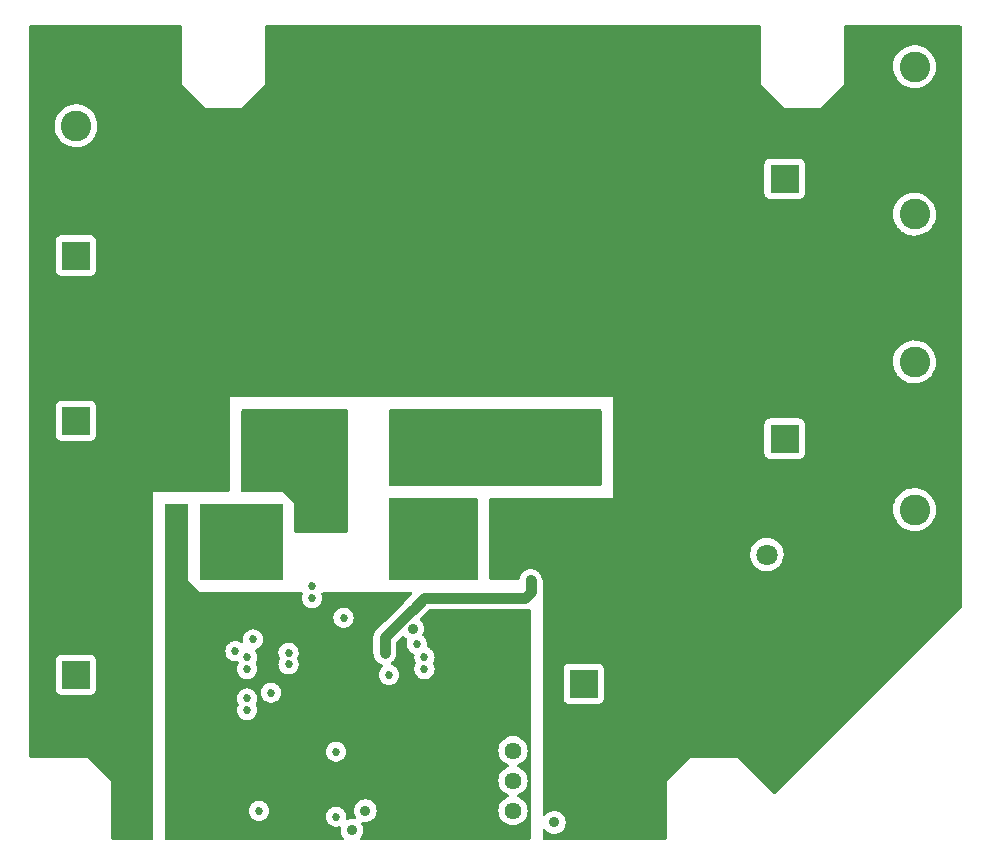
<source format=gbl>
G04 #@! TF.GenerationSoftware,KiCad,Pcbnew,6.0.9-8da3e8f707~116~ubuntu20.04.1*
G04 #@! TF.CreationDate,2022-11-18T09:21:54-05:00*
G04 #@! TF.ProjectId,buck_boost,6275636b-5f62-46f6-9f73-742e6b696361,rev?*
G04 #@! TF.SameCoordinates,Original*
G04 #@! TF.FileFunction,Copper,L4,Bot*
G04 #@! TF.FilePolarity,Positive*
%FSLAX46Y46*%
G04 Gerber Fmt 4.6, Leading zero omitted, Abs format (unit mm)*
G04 Created by KiCad (PCBNEW 6.0.9-8da3e8f707~116~ubuntu20.04.1) date 2022-11-18 09:21:54*
%MOMM*%
%LPD*%
G01*
G04 APERTURE LIST*
G04 Aperture macros list*
%AMRoundRect*
0 Rectangle with rounded corners*
0 $1 Rounding radius*
0 $2 $3 $4 $5 $6 $7 $8 $9 X,Y pos of 4 corners*
0 Add a 4 corners polygon primitive as box body*
4,1,4,$2,$3,$4,$5,$6,$7,$8,$9,$2,$3,0*
0 Add four circle primitives for the rounded corners*
1,1,$1+$1,$2,$3*
1,1,$1+$1,$4,$5*
1,1,$1+$1,$6,$7*
1,1,$1+$1,$8,$9*
0 Add four rect primitives between the rounded corners*
20,1,$1+$1,$2,$3,$4,$5,0*
20,1,$1+$1,$4,$5,$6,$7,0*
20,1,$1+$1,$6,$7,$8,$9,0*
20,1,$1+$1,$8,$9,$2,$3,0*%
G04 Aperture macros list end*
G04 #@! TA.AperFunction,ComponentPad*
%ADD10C,2.600000*%
G04 #@! TD*
G04 #@! TA.AperFunction,ComponentPad*
%ADD11C,1.800000*%
G04 #@! TD*
G04 #@! TA.AperFunction,ComponentPad*
%ADD12R,2.400000X2.400000*%
G04 #@! TD*
G04 #@! TA.AperFunction,ComponentPad*
%ADD13C,2.400000*%
G04 #@! TD*
G04 #@! TA.AperFunction,ComponentPad*
%ADD14C,1.440000*%
G04 #@! TD*
G04 #@! TA.AperFunction,SMDPad,CuDef*
%ADD15RoundRect,0.249998X0.625002X-0.312502X0.625002X0.312502X-0.625002X0.312502X-0.625002X-0.312502X0*%
G04 #@! TD*
G04 #@! TA.AperFunction,ViaPad*
%ADD16C,1.016000*%
G04 #@! TD*
G04 #@! TA.AperFunction,ViaPad*
%ADD17C,0.889000*%
G04 #@! TD*
G04 #@! TA.AperFunction,ViaPad*
%ADD18C,0.685800*%
G04 #@! TD*
G04 #@! TA.AperFunction,Conductor*
%ADD19C,0.889000*%
G04 #@! TD*
G04 APERTURE END LIST*
D10*
X29500000Y-24000000D03*
X29500000Y-29000000D03*
X100500000Y-29000000D03*
X100500000Y-24000000D03*
X100500000Y-41500000D03*
X100500000Y-36500000D03*
X100500000Y-66500000D03*
X100500000Y-61500000D03*
X100500000Y-54000000D03*
X100500000Y-49000000D03*
D11*
X88000000Y-65320000D03*
X80500000Y-63686670D03*
D12*
X29500000Y-54000000D03*
D13*
X34500000Y-54000000D03*
D12*
X29500000Y-75500000D03*
D13*
X34500000Y-75500000D03*
D12*
X89500000Y-55500000D03*
D13*
X84500000Y-55500000D03*
D12*
X89500000Y-33500000D03*
D13*
X84500000Y-33500000D03*
D12*
X72500000Y-76250000D03*
D13*
X77500000Y-76250000D03*
D12*
X29500000Y-40000000D03*
D13*
X34500000Y-40000000D03*
D14*
X66500000Y-87000000D03*
X66500000Y-84460000D03*
X66500000Y-81920000D03*
D15*
X38000000Y-62000000D03*
X38000000Y-59075000D03*
D16*
X51500000Y-77500000D03*
X51500000Y-74500000D03*
X52500000Y-78500000D03*
D17*
X44911000Y-82250000D03*
D16*
X51500000Y-75500000D03*
D18*
X65500000Y-78000000D03*
D16*
X50500000Y-75500000D03*
D18*
X60000000Y-77000000D03*
D17*
X56000000Y-87000000D03*
D16*
X52500000Y-77500000D03*
D17*
X50500000Y-77500000D03*
D16*
X51500000Y-76500000D03*
X50500000Y-78500000D03*
D17*
X50500000Y-74500000D03*
D16*
X52500000Y-74500000D03*
X52500000Y-76500000D03*
D18*
X60000000Y-82000000D03*
D16*
X50500000Y-76500000D03*
X52500000Y-75500000D03*
D18*
X60000000Y-84500000D03*
D17*
X50500000Y-73500000D03*
D16*
X51500000Y-78500000D03*
X52500000Y-73500000D03*
D18*
X41500000Y-85000000D03*
D16*
X51500000Y-73500000D03*
D17*
X42500000Y-65500000D03*
X45500000Y-67000000D03*
X42500000Y-67000000D03*
X45500000Y-65500000D03*
X44000000Y-65500000D03*
X44000000Y-67000000D03*
X42500000Y-62500000D03*
X44000000Y-64000000D03*
X41000000Y-67000000D03*
X42500000Y-64000000D03*
X41000000Y-62500000D03*
X41000000Y-64000000D03*
X45500000Y-64000000D03*
X41000000Y-65500000D03*
X44000000Y-62500000D03*
X45500000Y-62500000D03*
X45000000Y-56000000D03*
X48000000Y-59000000D03*
D18*
X51500000Y-62500000D03*
D17*
X46500000Y-57500000D03*
X46500000Y-59000000D03*
X48000000Y-54500000D03*
X45000000Y-59000000D03*
D18*
X47500000Y-74601597D03*
D17*
X49500000Y-56000000D03*
X49500000Y-57500000D03*
D18*
X52151309Y-70651309D03*
D17*
X45000000Y-54500000D03*
X46500000Y-54500000D03*
X49500000Y-54500000D03*
X48000000Y-57500000D03*
X46500000Y-56000000D03*
X45000000Y-57500000D03*
X48000000Y-56000000D03*
D18*
X44500000Y-72500000D03*
X51500000Y-61500000D03*
D17*
X49500000Y-59000000D03*
X60000000Y-66500000D03*
X60000000Y-65000000D03*
X60000000Y-62000000D03*
X61500000Y-63500000D03*
X57000000Y-66500000D03*
X57000000Y-62000000D03*
X58000000Y-71589000D03*
X60000000Y-63500000D03*
X58500000Y-63500000D03*
X57000000Y-65000000D03*
X58500000Y-65000000D03*
X58500000Y-66500000D03*
X58500000Y-62000000D03*
X61500000Y-62000000D03*
X61500000Y-65000000D03*
X57000000Y-63500000D03*
X61500000Y-66500000D03*
D18*
X58350678Y-72884282D03*
X56000000Y-75500000D03*
X43000000Y-73500000D03*
X46000000Y-77000000D03*
X45000000Y-87000000D03*
D17*
X68500000Y-57000000D03*
X73000000Y-55500000D03*
X68500000Y-55500000D03*
X70000000Y-57000000D03*
X71500000Y-55500000D03*
X70000000Y-58500000D03*
X68500000Y-54000000D03*
X70000000Y-54000000D03*
X73000000Y-58500000D03*
X71500000Y-58500000D03*
X73000000Y-57000000D03*
X71500000Y-54000000D03*
X71500000Y-57000000D03*
X70000000Y-55500000D03*
X68500000Y-58500000D03*
X73000000Y-54000000D03*
D18*
X51500000Y-87500000D03*
X51500000Y-82000000D03*
D17*
X54000000Y-87000000D03*
X52864664Y-88635336D03*
D18*
X47500000Y-73614197D03*
X49500000Y-68000000D03*
X49500000Y-69000000D03*
D17*
X68000000Y-67500000D03*
X55641726Y-73666214D03*
X68000000Y-68500000D03*
X70000000Y-88000000D03*
X30000000Y-62500000D03*
X79000000Y-54000000D03*
X65000000Y-61500000D03*
D18*
X44000000Y-75000000D03*
D17*
X75500000Y-67500000D03*
X32500000Y-62500000D03*
X42000000Y-58500000D03*
X79000000Y-59000000D03*
X75500000Y-63500000D03*
X80000000Y-55000000D03*
X79000000Y-58000000D03*
X40000000Y-59500000D03*
X30000000Y-63500000D03*
D18*
X44000000Y-77500000D03*
D17*
X30000000Y-66500000D03*
X80000000Y-59000000D03*
X67000000Y-62500000D03*
X42000000Y-59500000D03*
X41000000Y-58500000D03*
X80000000Y-54000000D03*
X65000000Y-62500000D03*
X79000000Y-55000000D03*
X32500000Y-63500000D03*
X33500000Y-62500000D03*
X76500000Y-67500000D03*
D18*
X44000000Y-78500000D03*
D17*
X40000000Y-58500000D03*
X31000000Y-63500000D03*
D18*
X59000000Y-75000000D03*
X59000000Y-74000000D03*
D17*
X33500000Y-67500000D03*
X76500000Y-66500000D03*
X76500000Y-62500000D03*
X41000000Y-59500000D03*
D18*
X44000000Y-74000000D03*
D17*
X76500000Y-63500000D03*
X32500000Y-66500000D03*
X32500000Y-67500000D03*
X75500000Y-62500000D03*
X33500000Y-63500000D03*
X33500000Y-66500000D03*
X31000000Y-67500000D03*
X31000000Y-66500000D03*
X67000000Y-61500000D03*
X66000000Y-62500000D03*
X30000000Y-67500000D03*
D18*
X82307400Y-68275000D03*
D17*
X31000000Y-62500000D03*
X66000000Y-61500000D03*
X75500000Y-66500000D03*
X80000000Y-58000000D03*
D19*
X67500000Y-69000000D02*
X68000000Y-68500000D01*
X59000000Y-69000000D02*
X67500000Y-69000000D01*
X68000000Y-68500000D02*
X68000000Y-67500000D01*
X58000000Y-70000000D02*
X59000000Y-69000000D01*
X55641726Y-72335552D02*
X56238639Y-71738639D01*
X57977278Y-70000000D02*
X58000000Y-70000000D01*
X55641726Y-73666214D02*
X55641726Y-72335552D01*
X56238639Y-71738639D02*
X57977278Y-70000000D01*
G04 #@! TA.AperFunction,Conductor*
G36*
X38442121Y-20528502D02*
G01*
X38488614Y-20582158D01*
X38500000Y-20634500D01*
X38500000Y-25500000D01*
X40500000Y-27500000D01*
X43500000Y-27500000D01*
X45500000Y-25500000D01*
X45500000Y-20634500D01*
X45520002Y-20566379D01*
X45573658Y-20519886D01*
X45626000Y-20508500D01*
X87374000Y-20508500D01*
X87442121Y-20528502D01*
X87488614Y-20582158D01*
X87500000Y-20634500D01*
X87500000Y-25500000D01*
X89500000Y-27500000D01*
X92500000Y-27500000D01*
X94500000Y-25500000D01*
X94500000Y-23952526D01*
X98687050Y-23952526D01*
X98699947Y-24221019D01*
X98752388Y-24484656D01*
X98843220Y-24737646D01*
X98970450Y-24974431D01*
X98973241Y-24978168D01*
X98973245Y-24978175D01*
X99054887Y-25087506D01*
X99131281Y-25189810D01*
X99134590Y-25193090D01*
X99134595Y-25193096D01*
X99318863Y-25375762D01*
X99322180Y-25379050D01*
X99325942Y-25381808D01*
X99325945Y-25381811D01*
X99438299Y-25464192D01*
X99538954Y-25537995D01*
X99543089Y-25540171D01*
X99543093Y-25540173D01*
X99772698Y-25660975D01*
X99776840Y-25663154D01*
X100030613Y-25751775D01*
X100035206Y-25752647D01*
X100290109Y-25801042D01*
X100290112Y-25801042D01*
X100294698Y-25801913D01*
X100422370Y-25806929D01*
X100558625Y-25812283D01*
X100558630Y-25812283D01*
X100563293Y-25812466D01*
X100667607Y-25801042D01*
X100825844Y-25783713D01*
X100825850Y-25783712D01*
X100830497Y-25783203D01*
X100835021Y-25782012D01*
X101085918Y-25715956D01*
X101085920Y-25715955D01*
X101090441Y-25714765D01*
X101094738Y-25712919D01*
X101333120Y-25610502D01*
X101333122Y-25610501D01*
X101337414Y-25608657D01*
X101513002Y-25500000D01*
X101562017Y-25469669D01*
X101562021Y-25469666D01*
X101565990Y-25467210D01*
X101771149Y-25293530D01*
X101948382Y-25091434D01*
X102093797Y-24865361D01*
X102204199Y-24620278D01*
X102241209Y-24489051D01*
X102275893Y-24366072D01*
X102275894Y-24366069D01*
X102277163Y-24361568D01*
X102295043Y-24221019D01*
X102310688Y-24098045D01*
X102310688Y-24098041D01*
X102311086Y-24094915D01*
X102313571Y-24000000D01*
X102293650Y-23731937D01*
X102234327Y-23469763D01*
X102136902Y-23219238D01*
X102003518Y-22985864D01*
X101837105Y-22774769D01*
X101641317Y-22590591D01*
X101420457Y-22437374D01*
X101416264Y-22435306D01*
X101183564Y-22320551D01*
X101183561Y-22320550D01*
X101179376Y-22318486D01*
X101131745Y-22303239D01*
X101077621Y-22285914D01*
X100923370Y-22236538D01*
X100918763Y-22235788D01*
X100918760Y-22235787D01*
X100662674Y-22194081D01*
X100662675Y-22194081D01*
X100658063Y-22193330D01*
X100527719Y-22191624D01*
X100393961Y-22189873D01*
X100393958Y-22189873D01*
X100389284Y-22189812D01*
X100122937Y-22226060D01*
X99864874Y-22301278D01*
X99620763Y-22413815D01*
X99616854Y-22416378D01*
X99399881Y-22558631D01*
X99399876Y-22558635D01*
X99395968Y-22561197D01*
X99195426Y-22740188D01*
X99023544Y-22946854D01*
X98884096Y-23176656D01*
X98780148Y-23424545D01*
X98713981Y-23685077D01*
X98687050Y-23952526D01*
X94500000Y-23952526D01*
X94500000Y-20634500D01*
X94520002Y-20566379D01*
X94573658Y-20519886D01*
X94626000Y-20508500D01*
X104365500Y-20508500D01*
X104433621Y-20528502D01*
X104480114Y-20582158D01*
X104491500Y-20634500D01*
X104491500Y-69737182D01*
X104471498Y-69805303D01*
X104454595Y-69826277D01*
X94759679Y-79521194D01*
X88709064Y-85571809D01*
X88646752Y-85605835D01*
X88575937Y-85600770D01*
X88519101Y-85558223D01*
X88498502Y-85502995D01*
X88497916Y-85502084D01*
X88500000Y-85500000D01*
X85500000Y-82500000D01*
X81500000Y-82500000D01*
X79500000Y-84500000D01*
X79500000Y-89365500D01*
X79479998Y-89433621D01*
X79426342Y-89480114D01*
X79374000Y-89491500D01*
X69126000Y-89491500D01*
X69057879Y-89471498D01*
X69011386Y-89417842D01*
X69000000Y-89365500D01*
X69000000Y-88634459D01*
X69020002Y-88566338D01*
X69073658Y-88519845D01*
X69143932Y-88509741D01*
X69208512Y-88539235D01*
X69224745Y-88556194D01*
X69281190Y-88627410D01*
X69311152Y-88665212D01*
X69315846Y-88669207D01*
X69348819Y-88697269D01*
X69453478Y-88786342D01*
X69616621Y-88877519D01*
X69794367Y-88935272D01*
X69979945Y-88957401D01*
X69986080Y-88956929D01*
X69986082Y-88956929D01*
X70042119Y-88952617D01*
X70166287Y-88943063D01*
X70346296Y-88892804D01*
X70351785Y-88890031D01*
X70351791Y-88890029D01*
X70435996Y-88847493D01*
X70513114Y-88808538D01*
X70541524Y-88786342D01*
X70565486Y-88767621D01*
X70660387Y-88693475D01*
X70664413Y-88688811D01*
X70664416Y-88688808D01*
X70778480Y-88556663D01*
X70782507Y-88551998D01*
X70874821Y-88389495D01*
X70933814Y-88212157D01*
X70943410Y-88136199D01*
X70956796Y-88030241D01*
X70956797Y-88030232D01*
X70957238Y-88026738D01*
X70957611Y-88000000D01*
X70939373Y-87813999D01*
X70935419Y-87800901D01*
X70916760Y-87739103D01*
X70885355Y-87635083D01*
X70797615Y-87470066D01*
X70776270Y-87443894D01*
X70683388Y-87330010D01*
X70683385Y-87330007D01*
X70679493Y-87325235D01*
X70674744Y-87321306D01*
X70540239Y-87210034D01*
X70540236Y-87210032D01*
X70535489Y-87206105D01*
X70371089Y-87117214D01*
X70281821Y-87089581D01*
X70198441Y-87063770D01*
X70198438Y-87063769D01*
X70192554Y-87061948D01*
X70186429Y-87061304D01*
X70186428Y-87061304D01*
X70012813Y-87043056D01*
X70012812Y-87043056D01*
X70006685Y-87042412D01*
X69888087Y-87053206D01*
X69826703Y-87058792D01*
X69826702Y-87058792D01*
X69820562Y-87059351D01*
X69814648Y-87061092D01*
X69814646Y-87061092D01*
X69692466Y-87097052D01*
X69641273Y-87112119D01*
X69475647Y-87198705D01*
X69329995Y-87315813D01*
X69326036Y-87320531D01*
X69326029Y-87320538D01*
X69222521Y-87443894D01*
X69163412Y-87483221D01*
X69092424Y-87484347D01*
X69032097Y-87446916D01*
X69001583Y-87382811D01*
X69000000Y-87362903D01*
X69000000Y-77498134D01*
X70791500Y-77498134D01*
X70798255Y-77560316D01*
X70849385Y-77696705D01*
X70936739Y-77813261D01*
X71053295Y-77900615D01*
X71189684Y-77951745D01*
X71251866Y-77958500D01*
X73748134Y-77958500D01*
X73810316Y-77951745D01*
X73946705Y-77900615D01*
X74063261Y-77813261D01*
X74150615Y-77696705D01*
X74201745Y-77560316D01*
X74208500Y-77498134D01*
X74208500Y-75001866D01*
X74201745Y-74939684D01*
X74150615Y-74803295D01*
X74063261Y-74686739D01*
X73946705Y-74599385D01*
X73810316Y-74548255D01*
X73748134Y-74541500D01*
X71251866Y-74541500D01*
X71189684Y-74548255D01*
X71053295Y-74599385D01*
X70936739Y-74686739D01*
X70849385Y-74803295D01*
X70798255Y-74939684D01*
X70791500Y-75001866D01*
X70791500Y-77498134D01*
X69000000Y-77498134D01*
X69000000Y-67500000D01*
X68992290Y-67500000D01*
X68954011Y-67440438D01*
X68949552Y-67417669D01*
X68949147Y-67413680D01*
X68939373Y-67313999D01*
X68938844Y-67312247D01*
X68938350Y-67307384D01*
X68911913Y-67223024D01*
X68911525Y-67221763D01*
X68887136Y-67140982D01*
X68885355Y-67135083D01*
X68883562Y-67131710D01*
X68883125Y-67130504D01*
X68882360Y-67128719D01*
X68880454Y-67122637D01*
X68877364Y-67117062D01*
X68877362Y-67117058D01*
X68838916Y-67047701D01*
X68837866Y-67045768D01*
X68823498Y-67018746D01*
X68797615Y-66970066D01*
X68793726Y-66965297D01*
X68793587Y-66965088D01*
X68790726Y-66960384D01*
X68789685Y-66958886D01*
X68786591Y-66953305D01*
X68732968Y-66890742D01*
X68730993Y-66888380D01*
X68683388Y-66830010D01*
X68683385Y-66830007D01*
X68679493Y-66825235D01*
X68674746Y-66821308D01*
X68670402Y-66816934D01*
X68670657Y-66816681D01*
X68669437Y-66815483D01*
X68669372Y-66815552D01*
X68664750Y-66811150D01*
X68660597Y-66806305D01*
X68623500Y-66777529D01*
X68598231Y-66757928D01*
X68595144Y-66755455D01*
X68540237Y-66710033D01*
X68535489Y-66706105D01*
X68530067Y-66703174D01*
X68524959Y-66699728D01*
X68524962Y-66699723D01*
X68513879Y-66692498D01*
X68507618Y-66687642D01*
X68440028Y-66654384D01*
X68435742Y-66652171D01*
X68376512Y-66620146D01*
X68376510Y-66620145D01*
X68371089Y-66617214D01*
X68362762Y-66614636D01*
X68344393Y-66607326D01*
X68339629Y-66604982D01*
X68333902Y-66602164D01*
X68327732Y-66600557D01*
X68327727Y-66600555D01*
X68264561Y-66584102D01*
X68259062Y-66582536D01*
X68198437Y-66563769D01*
X68198436Y-66563769D01*
X68192554Y-66561948D01*
X68186431Y-66561304D01*
X68186429Y-66561304D01*
X68180110Y-66560640D01*
X68161519Y-66557261D01*
X68146547Y-66553361D01*
X68113312Y-66551619D01*
X68078673Y-66549804D01*
X68072096Y-66549287D01*
X68012813Y-66543056D01*
X68012812Y-66543056D01*
X68006685Y-66542412D01*
X67990434Y-66543891D01*
X67972429Y-66544236D01*
X67959589Y-66543563D01*
X67959584Y-66543563D01*
X67953206Y-66543229D01*
X67889647Y-66552841D01*
X67882239Y-66553737D01*
X67820562Y-66559351D01*
X67814651Y-66561091D01*
X67814644Y-66561092D01*
X67801276Y-66565027D01*
X67784540Y-66568737D01*
X67768091Y-66571224D01*
X67768083Y-66571226D01*
X67761776Y-66572180D01*
X67704918Y-66593100D01*
X67697034Y-66595707D01*
X67641273Y-66612119D01*
X67631527Y-66617214D01*
X67620095Y-66623190D01*
X67605232Y-66629776D01*
X67586075Y-66636825D01*
X67586071Y-66636827D01*
X67580078Y-66639032D01*
X67574654Y-66642395D01*
X67574652Y-66642396D01*
X67531780Y-66668978D01*
X67523763Y-66673551D01*
X67475647Y-66698705D01*
X67461558Y-66710033D01*
X67454062Y-66716060D01*
X67441507Y-66724949D01*
X67420959Y-66737689D01*
X67420954Y-66737693D01*
X67415533Y-66741054D01*
X67410895Y-66745440D01*
X67376962Y-66777529D01*
X67369340Y-66784178D01*
X67329995Y-66815813D01*
X67326037Y-66820531D01*
X67326031Y-66820536D01*
X67309753Y-66839936D01*
X67299804Y-66850494D01*
X67274863Y-66874079D01*
X67271207Y-66879300D01*
X67271203Y-66879305D01*
X67246556Y-66914505D01*
X67239865Y-66923225D01*
X67209862Y-66958981D01*
X67192858Y-66989911D01*
X67185664Y-67001469D01*
X67163815Y-67032672D01*
X67161279Y-67038531D01*
X67161279Y-67038532D01*
X67145700Y-67074532D01*
X67140485Y-67085178D01*
X67119826Y-67122757D01*
X67117962Y-67128632D01*
X67117961Y-67128635D01*
X67108011Y-67160002D01*
X67103546Y-67171944D01*
X67094229Y-67193475D01*
X67086924Y-67210355D01*
X67085619Y-67216604D01*
X67085618Y-67216606D01*
X67078367Y-67251319D01*
X67075130Y-67263656D01*
X67065180Y-67295020D01*
X67065179Y-67295026D01*
X67063315Y-67300901D01*
X67062043Y-67312247D01*
X67058535Y-67343519D01*
X67056659Y-67355228D01*
X67047355Y-67399767D01*
X67013845Y-67462358D01*
X66951815Y-67496895D01*
X66924018Y-67500000D01*
X64626000Y-67500000D01*
X64557879Y-67479998D01*
X64511386Y-67426342D01*
X64500000Y-67374000D01*
X64500000Y-65285469D01*
X86587095Y-65285469D01*
X86587392Y-65290622D01*
X86587392Y-65290625D01*
X86593067Y-65389041D01*
X86600427Y-65516697D01*
X86601564Y-65521743D01*
X86601565Y-65521749D01*
X86633741Y-65664523D01*
X86651346Y-65742642D01*
X86653288Y-65747424D01*
X86653289Y-65747428D01*
X86695963Y-65852520D01*
X86738484Y-65957237D01*
X86859501Y-66154719D01*
X87011147Y-66329784D01*
X87189349Y-66477730D01*
X87389322Y-66594584D01*
X87394147Y-66596426D01*
X87394148Y-66596427D01*
X87434157Y-66611705D01*
X87605694Y-66677209D01*
X87610760Y-66678240D01*
X87610761Y-66678240D01*
X87643133Y-66684826D01*
X87832656Y-66723385D01*
X87963324Y-66728176D01*
X88058949Y-66731683D01*
X88058953Y-66731683D01*
X88064113Y-66731872D01*
X88069233Y-66731216D01*
X88069235Y-66731216D01*
X88142270Y-66721860D01*
X88293847Y-66702442D01*
X88298795Y-66700957D01*
X88298802Y-66700956D01*
X88510747Y-66637369D01*
X88515690Y-66635886D01*
X88542490Y-66622757D01*
X88719049Y-66536262D01*
X88719052Y-66536260D01*
X88723684Y-66533991D01*
X88912243Y-66399494D01*
X89076303Y-66236005D01*
X89211458Y-66047917D01*
X89258641Y-65952450D01*
X89311784Y-65844922D01*
X89311785Y-65844920D01*
X89314078Y-65840280D01*
X89381408Y-65618671D01*
X89411640Y-65389041D01*
X89411722Y-65385691D01*
X89413245Y-65323365D01*
X89413245Y-65323361D01*
X89413327Y-65320000D01*
X89404461Y-65212157D01*
X89394773Y-65094318D01*
X89394772Y-65094312D01*
X89394349Y-65089167D01*
X89337925Y-64864533D01*
X89335866Y-64859797D01*
X89247630Y-64656868D01*
X89247628Y-64656865D01*
X89245570Y-64652131D01*
X89119764Y-64457665D01*
X88963887Y-64286358D01*
X88959836Y-64283159D01*
X88959832Y-64283155D01*
X88786177Y-64146011D01*
X88786172Y-64146008D01*
X88782123Y-64142810D01*
X88777607Y-64140317D01*
X88777604Y-64140315D01*
X88583879Y-64033373D01*
X88583875Y-64033371D01*
X88579355Y-64030876D01*
X88574486Y-64029152D01*
X88574482Y-64029150D01*
X88365903Y-63955288D01*
X88365899Y-63955287D01*
X88361028Y-63953562D01*
X88355935Y-63952655D01*
X88355932Y-63952654D01*
X88138095Y-63913851D01*
X88138089Y-63913850D01*
X88133006Y-63912945D01*
X88060096Y-63912054D01*
X87906581Y-63910179D01*
X87906579Y-63910179D01*
X87901411Y-63910116D01*
X87672464Y-63945150D01*
X87452314Y-64017106D01*
X87447726Y-64019494D01*
X87447722Y-64019496D01*
X87314414Y-64088892D01*
X87246872Y-64124052D01*
X87242739Y-64127155D01*
X87242736Y-64127157D01*
X87154409Y-64193475D01*
X87061655Y-64263117D01*
X86901639Y-64430564D01*
X86898725Y-64434836D01*
X86898724Y-64434837D01*
X86841485Y-64518746D01*
X86771119Y-64621899D01*
X86673602Y-64831981D01*
X86611707Y-65055169D01*
X86587095Y-65285469D01*
X64500000Y-65285469D01*
X64500000Y-61452526D01*
X98687050Y-61452526D01*
X98687274Y-61457192D01*
X98687274Y-61457197D01*
X98689179Y-61496851D01*
X98699947Y-61721019D01*
X98752388Y-61984656D01*
X98843220Y-62237646D01*
X98970450Y-62474431D01*
X98973241Y-62478168D01*
X98973245Y-62478175D01*
X99009509Y-62526738D01*
X99131281Y-62689810D01*
X99134590Y-62693090D01*
X99134595Y-62693096D01*
X99295417Y-62852520D01*
X99322180Y-62879050D01*
X99325942Y-62881808D01*
X99325945Y-62881811D01*
X99431192Y-62958981D01*
X99538954Y-63037995D01*
X99543089Y-63040171D01*
X99543093Y-63040173D01*
X99723486Y-63135083D01*
X99776840Y-63163154D01*
X100030613Y-63251775D01*
X100035206Y-63252647D01*
X100290109Y-63301042D01*
X100290112Y-63301042D01*
X100294698Y-63301913D01*
X100422370Y-63306929D01*
X100558625Y-63312283D01*
X100558630Y-63312283D01*
X100563293Y-63312466D01*
X100667607Y-63301042D01*
X100825844Y-63283713D01*
X100825850Y-63283712D01*
X100830497Y-63283203D01*
X100835021Y-63282012D01*
X101085918Y-63215956D01*
X101085920Y-63215955D01*
X101090441Y-63214765D01*
X101205779Y-63165212D01*
X101333120Y-63110502D01*
X101333122Y-63110501D01*
X101337414Y-63108657D01*
X101482709Y-63018746D01*
X101562017Y-62969669D01*
X101562021Y-62969666D01*
X101565990Y-62967210D01*
X101771149Y-62793530D01*
X101948382Y-62591434D01*
X101995137Y-62518746D01*
X102091269Y-62369291D01*
X102093797Y-62365361D01*
X102204199Y-62120278D01*
X102241892Y-61986630D01*
X102275893Y-61866072D01*
X102275894Y-61866069D01*
X102277163Y-61861568D01*
X102295043Y-61721019D01*
X102310688Y-61598045D01*
X102310688Y-61598041D01*
X102311086Y-61594915D01*
X102313571Y-61500000D01*
X102293650Y-61231937D01*
X102289636Y-61214196D01*
X102235361Y-60974331D01*
X102235360Y-60974326D01*
X102234327Y-60969763D01*
X102136902Y-60719238D01*
X102003518Y-60485864D01*
X101837105Y-60274769D01*
X101641317Y-60090591D01*
X101420457Y-59937374D01*
X101416195Y-59935272D01*
X101183564Y-59820551D01*
X101183561Y-59820550D01*
X101179376Y-59818486D01*
X101148299Y-59808538D01*
X101077621Y-59785914D01*
X100923370Y-59736538D01*
X100918763Y-59735788D01*
X100918760Y-59735787D01*
X100662674Y-59694081D01*
X100662675Y-59694081D01*
X100658063Y-59693330D01*
X100527719Y-59691624D01*
X100393961Y-59689873D01*
X100393958Y-59689873D01*
X100389284Y-59689812D01*
X100122937Y-59726060D01*
X99864874Y-59801278D01*
X99620763Y-59913815D01*
X99616854Y-59916378D01*
X99399881Y-60058631D01*
X99399876Y-60058635D01*
X99395968Y-60061197D01*
X99195426Y-60240188D01*
X99023544Y-60446854D01*
X98884096Y-60676656D01*
X98882287Y-60680970D01*
X98882285Y-60680974D01*
X98805620Y-60863801D01*
X98780148Y-60924545D01*
X98713981Y-61185077D01*
X98687050Y-61452526D01*
X64500000Y-61452526D01*
X64500000Y-60626000D01*
X64520002Y-60557879D01*
X64573658Y-60511386D01*
X64626000Y-60500000D01*
X75000000Y-60500000D01*
X75000000Y-56748134D01*
X87791500Y-56748134D01*
X87798255Y-56810316D01*
X87849385Y-56946705D01*
X87936739Y-57063261D01*
X88053295Y-57150615D01*
X88189684Y-57201745D01*
X88251866Y-57208500D01*
X90748134Y-57208500D01*
X90810316Y-57201745D01*
X90946705Y-57150615D01*
X91063261Y-57063261D01*
X91150615Y-56946705D01*
X91201745Y-56810316D01*
X91208500Y-56748134D01*
X91208500Y-54251866D01*
X91201745Y-54189684D01*
X91150615Y-54053295D01*
X91063261Y-53936739D01*
X90946705Y-53849385D01*
X90810316Y-53798255D01*
X90748134Y-53791500D01*
X88251866Y-53791500D01*
X88189684Y-53798255D01*
X88053295Y-53849385D01*
X87936739Y-53936739D01*
X87849385Y-54053295D01*
X87798255Y-54189684D01*
X87791500Y-54251866D01*
X87791500Y-56748134D01*
X75000000Y-56748134D01*
X75000000Y-52000000D01*
X42500000Y-52000000D01*
X42500000Y-59874000D01*
X42479998Y-59942121D01*
X42426342Y-59988614D01*
X42374000Y-60000000D01*
X36000000Y-60000000D01*
X36000000Y-89365500D01*
X35979998Y-89433621D01*
X35926342Y-89480114D01*
X35874000Y-89491500D01*
X32626000Y-89491500D01*
X32557879Y-89471498D01*
X32511386Y-89417842D01*
X32500000Y-89365500D01*
X32500000Y-84500000D01*
X30500000Y-82500000D01*
X25634500Y-82500000D01*
X25566379Y-82479998D01*
X25519886Y-82426342D01*
X25508500Y-82374000D01*
X25508500Y-76748134D01*
X27791500Y-76748134D01*
X27798255Y-76810316D01*
X27849385Y-76946705D01*
X27936739Y-77063261D01*
X28053295Y-77150615D01*
X28189684Y-77201745D01*
X28251866Y-77208500D01*
X30748134Y-77208500D01*
X30810316Y-77201745D01*
X30946705Y-77150615D01*
X31063261Y-77063261D01*
X31150615Y-76946705D01*
X31201745Y-76810316D01*
X31208500Y-76748134D01*
X31208500Y-74251866D01*
X31201745Y-74189684D01*
X31150615Y-74053295D01*
X31063261Y-73936739D01*
X30946705Y-73849385D01*
X30810316Y-73798255D01*
X30748134Y-73791500D01*
X28251866Y-73791500D01*
X28189684Y-73798255D01*
X28053295Y-73849385D01*
X27936739Y-73936739D01*
X27849385Y-74053295D01*
X27798255Y-74189684D01*
X27791500Y-74251866D01*
X27791500Y-76748134D01*
X25508500Y-76748134D01*
X25508500Y-55248134D01*
X27791500Y-55248134D01*
X27798255Y-55310316D01*
X27849385Y-55446705D01*
X27936739Y-55563261D01*
X28053295Y-55650615D01*
X28189684Y-55701745D01*
X28251866Y-55708500D01*
X30748134Y-55708500D01*
X30810316Y-55701745D01*
X30946705Y-55650615D01*
X31063261Y-55563261D01*
X31150615Y-55446705D01*
X31201745Y-55310316D01*
X31208500Y-55248134D01*
X31208500Y-52751866D01*
X31201745Y-52689684D01*
X31150615Y-52553295D01*
X31063261Y-52436739D01*
X30946705Y-52349385D01*
X30810316Y-52298255D01*
X30748134Y-52291500D01*
X28251866Y-52291500D01*
X28189684Y-52298255D01*
X28053295Y-52349385D01*
X27936739Y-52436739D01*
X27849385Y-52553295D01*
X27798255Y-52689684D01*
X27791500Y-52751866D01*
X27791500Y-55248134D01*
X25508500Y-55248134D01*
X25508500Y-48952526D01*
X98687050Y-48952526D01*
X98699947Y-49221019D01*
X98752388Y-49484656D01*
X98843220Y-49737646D01*
X98970450Y-49974431D01*
X98973241Y-49978168D01*
X98973245Y-49978175D01*
X99054887Y-50087506D01*
X99131281Y-50189810D01*
X99134590Y-50193090D01*
X99134595Y-50193096D01*
X99318863Y-50375762D01*
X99322180Y-50379050D01*
X99325942Y-50381808D01*
X99325945Y-50381811D01*
X99438299Y-50464192D01*
X99538954Y-50537995D01*
X99543089Y-50540171D01*
X99543093Y-50540173D01*
X99772698Y-50660975D01*
X99776840Y-50663154D01*
X100030613Y-50751775D01*
X100035206Y-50752647D01*
X100290109Y-50801042D01*
X100290112Y-50801042D01*
X100294698Y-50801913D01*
X100422370Y-50806929D01*
X100558625Y-50812283D01*
X100558630Y-50812283D01*
X100563293Y-50812466D01*
X100667607Y-50801042D01*
X100825844Y-50783713D01*
X100825850Y-50783712D01*
X100830497Y-50783203D01*
X100835021Y-50782012D01*
X101085918Y-50715956D01*
X101085920Y-50715955D01*
X101090441Y-50714765D01*
X101094738Y-50712919D01*
X101333120Y-50610502D01*
X101333122Y-50610501D01*
X101337414Y-50608657D01*
X101456071Y-50535230D01*
X101562017Y-50469669D01*
X101562021Y-50469666D01*
X101565990Y-50467210D01*
X101771149Y-50293530D01*
X101948382Y-50091434D01*
X102093797Y-49865361D01*
X102204199Y-49620278D01*
X102241209Y-49489051D01*
X102275893Y-49366072D01*
X102275894Y-49366069D01*
X102277163Y-49361568D01*
X102295043Y-49221019D01*
X102310688Y-49098045D01*
X102310688Y-49098041D01*
X102311086Y-49094915D01*
X102313571Y-49000000D01*
X102293650Y-48731937D01*
X102234327Y-48469763D01*
X102136902Y-48219238D01*
X102003518Y-47985864D01*
X101837105Y-47774769D01*
X101641317Y-47590591D01*
X101420457Y-47437374D01*
X101416264Y-47435306D01*
X101183564Y-47320551D01*
X101183561Y-47320550D01*
X101179376Y-47318486D01*
X101131745Y-47303239D01*
X101077621Y-47285914D01*
X100923370Y-47236538D01*
X100918763Y-47235788D01*
X100918760Y-47235787D01*
X100662674Y-47194081D01*
X100662675Y-47194081D01*
X100658063Y-47193330D01*
X100527719Y-47191624D01*
X100393961Y-47189873D01*
X100393958Y-47189873D01*
X100389284Y-47189812D01*
X100122937Y-47226060D01*
X99864874Y-47301278D01*
X99620763Y-47413815D01*
X99616854Y-47416378D01*
X99399881Y-47558631D01*
X99399876Y-47558635D01*
X99395968Y-47561197D01*
X99195426Y-47740188D01*
X99023544Y-47946854D01*
X98884096Y-48176656D01*
X98780148Y-48424545D01*
X98713981Y-48685077D01*
X98687050Y-48952526D01*
X25508500Y-48952526D01*
X25508500Y-41248134D01*
X27791500Y-41248134D01*
X27798255Y-41310316D01*
X27849385Y-41446705D01*
X27936739Y-41563261D01*
X28053295Y-41650615D01*
X28189684Y-41701745D01*
X28251866Y-41708500D01*
X30748134Y-41708500D01*
X30810316Y-41701745D01*
X30946705Y-41650615D01*
X31063261Y-41563261D01*
X31150615Y-41446705D01*
X31201745Y-41310316D01*
X31208500Y-41248134D01*
X31208500Y-38751866D01*
X31201745Y-38689684D01*
X31150615Y-38553295D01*
X31063261Y-38436739D01*
X30946705Y-38349385D01*
X30810316Y-38298255D01*
X30748134Y-38291500D01*
X28251866Y-38291500D01*
X28189684Y-38298255D01*
X28053295Y-38349385D01*
X27936739Y-38436739D01*
X27849385Y-38553295D01*
X27798255Y-38689684D01*
X27791500Y-38751866D01*
X27791500Y-41248134D01*
X25508500Y-41248134D01*
X25508500Y-36452526D01*
X98687050Y-36452526D01*
X98699947Y-36721019D01*
X98752388Y-36984656D01*
X98843220Y-37237646D01*
X98970450Y-37474431D01*
X98973241Y-37478168D01*
X98973245Y-37478175D01*
X99054887Y-37587506D01*
X99131281Y-37689810D01*
X99134590Y-37693090D01*
X99134595Y-37693096D01*
X99318863Y-37875762D01*
X99322180Y-37879050D01*
X99325942Y-37881808D01*
X99325945Y-37881811D01*
X99438299Y-37964192D01*
X99538954Y-38037995D01*
X99543089Y-38040171D01*
X99543093Y-38040173D01*
X99772698Y-38160975D01*
X99776840Y-38163154D01*
X100030613Y-38251775D01*
X100035206Y-38252647D01*
X100290109Y-38301042D01*
X100290112Y-38301042D01*
X100294698Y-38301913D01*
X100422370Y-38306929D01*
X100558625Y-38312283D01*
X100558630Y-38312283D01*
X100563293Y-38312466D01*
X100667726Y-38301029D01*
X100825844Y-38283713D01*
X100825850Y-38283712D01*
X100830497Y-38283203D01*
X100835021Y-38282012D01*
X101085918Y-38215956D01*
X101085920Y-38215955D01*
X101090441Y-38214765D01*
X101094738Y-38212919D01*
X101333120Y-38110502D01*
X101333122Y-38110501D01*
X101337414Y-38108657D01*
X101456071Y-38035230D01*
X101562017Y-37969669D01*
X101562021Y-37969666D01*
X101565990Y-37967210D01*
X101771149Y-37793530D01*
X101948382Y-37591434D01*
X102093797Y-37365361D01*
X102204199Y-37120278D01*
X102241209Y-36989051D01*
X102275893Y-36866072D01*
X102275894Y-36866069D01*
X102277163Y-36861568D01*
X102295043Y-36721019D01*
X102310688Y-36598045D01*
X102310688Y-36598041D01*
X102311086Y-36594915D01*
X102313571Y-36500000D01*
X102293650Y-36231937D01*
X102234327Y-35969763D01*
X102136902Y-35719238D01*
X102003518Y-35485864D01*
X101837105Y-35274769D01*
X101641317Y-35090591D01*
X101444266Y-34953891D01*
X101424299Y-34940039D01*
X101424296Y-34940037D01*
X101420457Y-34937374D01*
X101416264Y-34935306D01*
X101183564Y-34820551D01*
X101183561Y-34820550D01*
X101179376Y-34818486D01*
X101131745Y-34803239D01*
X100970208Y-34751531D01*
X100923370Y-34736538D01*
X100918763Y-34735788D01*
X100918760Y-34735787D01*
X100662674Y-34694081D01*
X100662675Y-34694081D01*
X100658063Y-34693330D01*
X100527719Y-34691624D01*
X100393961Y-34689873D01*
X100393958Y-34689873D01*
X100389284Y-34689812D01*
X100122937Y-34726060D01*
X99864874Y-34801278D01*
X99620763Y-34913815D01*
X99616854Y-34916378D01*
X99399881Y-35058631D01*
X99399876Y-35058635D01*
X99395968Y-35061197D01*
X99392476Y-35064314D01*
X99238498Y-35201745D01*
X99195426Y-35240188D01*
X99023544Y-35446854D01*
X98884096Y-35676656D01*
X98780148Y-35924545D01*
X98713981Y-36185077D01*
X98687050Y-36452526D01*
X25508500Y-36452526D01*
X25508500Y-34748134D01*
X87791500Y-34748134D01*
X87798255Y-34810316D01*
X87849385Y-34946705D01*
X87936739Y-35063261D01*
X88053295Y-35150615D01*
X88189684Y-35201745D01*
X88251866Y-35208500D01*
X90748134Y-35208500D01*
X90810316Y-35201745D01*
X90946705Y-35150615D01*
X91063261Y-35063261D01*
X91150615Y-34946705D01*
X91201745Y-34810316D01*
X91208500Y-34748134D01*
X91208500Y-32251866D01*
X91201745Y-32189684D01*
X91150615Y-32053295D01*
X91063261Y-31936739D01*
X90946705Y-31849385D01*
X90810316Y-31798255D01*
X90748134Y-31791500D01*
X88251866Y-31791500D01*
X88189684Y-31798255D01*
X88053295Y-31849385D01*
X87936739Y-31936739D01*
X87849385Y-32053295D01*
X87798255Y-32189684D01*
X87791500Y-32251866D01*
X87791500Y-34748134D01*
X25508500Y-34748134D01*
X25508500Y-28952526D01*
X27687050Y-28952526D01*
X27699947Y-29221019D01*
X27752388Y-29484656D01*
X27843220Y-29737646D01*
X27970450Y-29974431D01*
X27973241Y-29978168D01*
X27973245Y-29978175D01*
X28054887Y-30087506D01*
X28131281Y-30189810D01*
X28134590Y-30193090D01*
X28134595Y-30193096D01*
X28318863Y-30375762D01*
X28322180Y-30379050D01*
X28325942Y-30381808D01*
X28325945Y-30381811D01*
X28438299Y-30464192D01*
X28538954Y-30537995D01*
X28543089Y-30540171D01*
X28543093Y-30540173D01*
X28772698Y-30660975D01*
X28776840Y-30663154D01*
X29030613Y-30751775D01*
X29035206Y-30752647D01*
X29290109Y-30801042D01*
X29290112Y-30801042D01*
X29294698Y-30801913D01*
X29422370Y-30806929D01*
X29558625Y-30812283D01*
X29558630Y-30812283D01*
X29563293Y-30812466D01*
X29667607Y-30801042D01*
X29825844Y-30783713D01*
X29825850Y-30783712D01*
X29830497Y-30783203D01*
X29835021Y-30782012D01*
X30085918Y-30715956D01*
X30085920Y-30715955D01*
X30090441Y-30714765D01*
X30094738Y-30712919D01*
X30333120Y-30610502D01*
X30333122Y-30610501D01*
X30337414Y-30608657D01*
X30456071Y-30535230D01*
X30562017Y-30469669D01*
X30562021Y-30469666D01*
X30565990Y-30467210D01*
X30771149Y-30293530D01*
X30948382Y-30091434D01*
X31093797Y-29865361D01*
X31204199Y-29620278D01*
X31241209Y-29489051D01*
X31275893Y-29366072D01*
X31275894Y-29366069D01*
X31277163Y-29361568D01*
X31295043Y-29221019D01*
X31310688Y-29098045D01*
X31310688Y-29098041D01*
X31311086Y-29094915D01*
X31313571Y-29000000D01*
X31293650Y-28731937D01*
X31234327Y-28469763D01*
X31136902Y-28219238D01*
X31003518Y-27985864D01*
X30837105Y-27774769D01*
X30641317Y-27590591D01*
X30420457Y-27437374D01*
X30416264Y-27435306D01*
X30183564Y-27320551D01*
X30183561Y-27320550D01*
X30179376Y-27318486D01*
X30131745Y-27303239D01*
X30077621Y-27285914D01*
X29923370Y-27236538D01*
X29918763Y-27235788D01*
X29918760Y-27235787D01*
X29662674Y-27194081D01*
X29662675Y-27194081D01*
X29658063Y-27193330D01*
X29527719Y-27191624D01*
X29393961Y-27189873D01*
X29393958Y-27189873D01*
X29389284Y-27189812D01*
X29122937Y-27226060D01*
X28864874Y-27301278D01*
X28620763Y-27413815D01*
X28616854Y-27416378D01*
X28399881Y-27558631D01*
X28399876Y-27558635D01*
X28395968Y-27561197D01*
X28195426Y-27740188D01*
X28023544Y-27946854D01*
X27884096Y-28176656D01*
X27780148Y-28424545D01*
X27713981Y-28685077D01*
X27687050Y-28952526D01*
X25508500Y-28952526D01*
X25508500Y-20634500D01*
X25528502Y-20566379D01*
X25582158Y-20519886D01*
X25634500Y-20508500D01*
X38374000Y-20508500D01*
X38442121Y-20528502D01*
G37*
G04 #@! TD.AperFunction*
G04 #@! TA.AperFunction,Conductor*
G36*
X73942121Y-53020002D02*
G01*
X73988614Y-53073658D01*
X74000000Y-53126000D01*
X74000000Y-59374000D01*
X73979998Y-59442121D01*
X73926342Y-59488614D01*
X73874000Y-59500000D01*
X56126000Y-59500000D01*
X56057879Y-59479998D01*
X56011386Y-59426342D01*
X56000000Y-59374000D01*
X56000000Y-53126000D01*
X56020002Y-53057879D01*
X56073658Y-53011386D01*
X56126000Y-53000000D01*
X73874000Y-53000000D01*
X73942121Y-53020002D01*
G37*
G04 #@! TD.AperFunction*
G04 #@! TA.AperFunction,Conductor*
G36*
X63442121Y-60520002D02*
G01*
X63488614Y-60573658D01*
X63500000Y-60626000D01*
X63500000Y-67374000D01*
X63479998Y-67442121D01*
X63426342Y-67488614D01*
X63374000Y-67500000D01*
X56126000Y-67500000D01*
X56057879Y-67479998D01*
X56011386Y-67426342D01*
X56000000Y-67374000D01*
X56000000Y-60626000D01*
X56020002Y-60557879D01*
X56073658Y-60511386D01*
X56126000Y-60500000D01*
X63374000Y-60500000D01*
X63442121Y-60520002D01*
G37*
G04 #@! TD.AperFunction*
G04 #@! TA.AperFunction,Conductor*
G36*
X52442121Y-53020002D02*
G01*
X52488614Y-53073658D01*
X52500000Y-53126000D01*
X52500000Y-63374000D01*
X52479998Y-63442121D01*
X52426342Y-63488614D01*
X52374000Y-63500000D01*
X48126000Y-63500000D01*
X48057879Y-63479998D01*
X48011386Y-63426342D01*
X48000000Y-63374000D01*
X48000000Y-61000000D01*
X47000000Y-60000000D01*
X43626000Y-60000000D01*
X43557879Y-59979998D01*
X43511386Y-59926342D01*
X43500000Y-59874000D01*
X43500000Y-53126000D01*
X43520002Y-53057879D01*
X43573658Y-53011386D01*
X43626000Y-53000000D01*
X52374000Y-53000000D01*
X52442121Y-53020002D01*
G37*
G04 #@! TD.AperFunction*
G04 #@! TA.AperFunction,Conductor*
G36*
X46942121Y-61020002D02*
G01*
X46988614Y-61073658D01*
X47000000Y-61126000D01*
X47000000Y-67374000D01*
X46979998Y-67442121D01*
X46926342Y-67488614D01*
X46874000Y-67500000D01*
X40126000Y-67500000D01*
X40057879Y-67479998D01*
X40011386Y-67426342D01*
X40000000Y-67374000D01*
X40000000Y-61126000D01*
X40020002Y-61057879D01*
X40073658Y-61011386D01*
X40126000Y-61000000D01*
X46874000Y-61000000D01*
X46942121Y-61020002D01*
G37*
G04 #@! TD.AperFunction*
G04 #@! TA.AperFunction,Conductor*
G36*
X38942121Y-61020002D02*
G01*
X38988614Y-61073658D01*
X39000000Y-61126000D01*
X39000000Y-67500000D01*
X40000000Y-68500000D01*
X48593821Y-68500000D01*
X48661942Y-68520002D01*
X48708435Y-68573658D01*
X48718539Y-68643932D01*
X48713654Y-68664935D01*
X48662618Y-68822009D01*
X48643910Y-69000000D01*
X48662618Y-69177991D01*
X48717923Y-69348203D01*
X48721226Y-69353925D01*
X48721227Y-69353926D01*
X48732929Y-69374194D01*
X48807409Y-69503197D01*
X48927164Y-69636199D01*
X48932506Y-69640080D01*
X48932508Y-69640082D01*
X49014794Y-69699866D01*
X49071955Y-69741396D01*
X49077983Y-69744080D01*
X49077985Y-69744081D01*
X49229423Y-69811505D01*
X49235454Y-69814190D01*
X49322984Y-69832795D01*
X49404057Y-69850028D01*
X49404061Y-69850028D01*
X49410514Y-69851400D01*
X49589486Y-69851400D01*
X49595939Y-69850028D01*
X49595943Y-69850028D01*
X49677016Y-69832795D01*
X49764546Y-69814190D01*
X49770577Y-69811505D01*
X49922015Y-69744081D01*
X49922017Y-69744080D01*
X49928045Y-69741396D01*
X49985206Y-69699866D01*
X50067492Y-69640082D01*
X50067494Y-69640080D01*
X50072836Y-69636199D01*
X50192591Y-69503197D01*
X50267071Y-69374194D01*
X50278773Y-69353926D01*
X50278774Y-69353925D01*
X50282077Y-69348203D01*
X50337382Y-69177991D01*
X50356090Y-69000000D01*
X50337382Y-68822009D01*
X50286346Y-68664936D01*
X50284319Y-68593968D01*
X50320981Y-68533171D01*
X50384693Y-68501845D01*
X50406179Y-68500000D01*
X57848063Y-68500000D01*
X57916184Y-68520002D01*
X57962677Y-68573658D01*
X57972781Y-68643932D01*
X57943287Y-68708512D01*
X57937159Y-68715095D01*
X57461646Y-69190609D01*
X57441040Y-69206137D01*
X57441410Y-69206669D01*
X57436164Y-69210315D01*
X57430583Y-69213409D01*
X57410053Y-69231005D01*
X57397057Y-69240762D01*
X57378493Y-69252910D01*
X57378487Y-69252915D01*
X57374443Y-69255561D01*
X57369715Y-69259817D01*
X57332816Y-69296716D01*
X57325718Y-69303289D01*
X57283583Y-69339403D01*
X57279676Y-69344440D01*
X57279674Y-69344442D01*
X57265802Y-69362326D01*
X57255338Y-69374194D01*
X55631075Y-70998457D01*
X55631074Y-70998459D01*
X54978801Y-71650732D01*
X54976280Y-71653184D01*
X54916589Y-71709631D01*
X54912927Y-71714861D01*
X54912926Y-71714862D01*
X54883763Y-71756511D01*
X54878193Y-71763876D01*
X54852779Y-71795037D01*
X54842012Y-71808238D01*
X54839057Y-71813890D01*
X54839056Y-71813892D01*
X54829489Y-71832193D01*
X54821039Y-71846091D01*
X54805541Y-71868224D01*
X54803009Y-71874076D01*
X54803008Y-71874077D01*
X54782812Y-71920747D01*
X54778837Y-71929079D01*
X54755273Y-71974153D01*
X54755270Y-71974161D01*
X54752315Y-71979813D01*
X54750557Y-71985945D01*
X54750555Y-71985949D01*
X54744864Y-72005797D01*
X54739385Y-72021099D01*
X54728650Y-72045907D01*
X54716941Y-72101956D01*
X54714733Y-72110879D01*
X54698950Y-72165920D01*
X54698461Y-72172279D01*
X54696876Y-72192872D01*
X54694585Y-72208970D01*
X54690047Y-72230691D01*
X54690046Y-72230697D01*
X54689059Y-72235423D01*
X54688726Y-72241776D01*
X54688726Y-72293952D01*
X54688355Y-72303616D01*
X54684097Y-72358956D01*
X54687734Y-72387745D01*
X54688726Y-72403523D01*
X54688726Y-73605518D01*
X54687941Y-73619563D01*
X54687255Y-73625678D01*
X54684208Y-73652844D01*
X54686320Y-73677991D01*
X54688284Y-73701382D01*
X54688599Y-73708907D01*
X54688726Y-73711411D01*
X54688726Y-73714602D01*
X54689935Y-73726499D01*
X54692470Y-73751460D01*
X54692671Y-73753625D01*
X54693739Y-73766343D01*
X54698965Y-73828573D01*
X54699847Y-73839081D01*
X54701546Y-73845007D01*
X54701589Y-73845242D01*
X54702365Y-73850699D01*
X54702731Y-73852481D01*
X54703376Y-73858830D01*
X54728041Y-73937536D01*
X54728897Y-73940389D01*
X54736850Y-73968123D01*
X54747873Y-74006565D01*
X54751362Y-74018734D01*
X54754178Y-74024213D01*
X54756448Y-74029947D01*
X54756118Y-74030078D01*
X54756765Y-74031656D01*
X54756850Y-74031620D01*
X54759361Y-74037478D01*
X54761272Y-74043577D01*
X54764370Y-74049166D01*
X54799539Y-74112612D01*
X54801370Y-74116040D01*
X54836790Y-74184960D01*
X54840621Y-74189793D01*
X54843958Y-74194972D01*
X54843953Y-74194975D01*
X54851299Y-74205990D01*
X54855135Y-74212909D01*
X54859286Y-74217752D01*
X54859288Y-74217755D01*
X54904146Y-74270091D01*
X54907223Y-74273824D01*
X54949048Y-74326594D01*
X54952878Y-74331426D01*
X54957571Y-74335420D01*
X54957572Y-74335421D01*
X54959512Y-74337072D01*
X54973518Y-74351029D01*
X54981129Y-74359909D01*
X54986171Y-74363820D01*
X54986173Y-74363822D01*
X55037751Y-74403830D01*
X55042187Y-74407435D01*
X55095204Y-74452556D01*
X55100586Y-74455564D01*
X55106127Y-74458661D01*
X55121876Y-74469085D01*
X55129061Y-74474658D01*
X55129066Y-74474661D01*
X55134108Y-74478572D01*
X55195120Y-74508593D01*
X55200917Y-74511637D01*
X55258347Y-74543733D01*
X55264208Y-74545637D01*
X55264212Y-74545639D01*
X55273860Y-74548774D01*
X55290555Y-74555553D01*
X55302091Y-74561230D01*
X55302100Y-74561233D01*
X55307824Y-74564050D01*
X55345849Y-74573955D01*
X55370023Y-74580252D01*
X55377196Y-74582350D01*
X55430225Y-74599580D01*
X55430231Y-74599581D01*
X55434652Y-74601018D01*
X55434654Y-74601019D01*
X55436092Y-74601486D01*
X55436003Y-74601759D01*
X55495476Y-74634409D01*
X55529360Y-74696798D01*
X55524135Y-74767602D01*
X55480240Y-74825239D01*
X55427164Y-74863801D01*
X55422743Y-74868711D01*
X55422742Y-74868712D01*
X55344578Y-74955523D01*
X55307409Y-74996803D01*
X55217923Y-75151797D01*
X55162618Y-75322009D01*
X55161928Y-75328572D01*
X55161928Y-75328573D01*
X55148850Y-75452997D01*
X55143910Y-75500000D01*
X55144600Y-75506565D01*
X55158634Y-75640082D01*
X55162618Y-75677991D01*
X55217923Y-75848203D01*
X55307409Y-76003197D01*
X55427164Y-76136199D01*
X55432506Y-76140080D01*
X55432508Y-76140082D01*
X55499143Y-76188495D01*
X55571955Y-76241396D01*
X55577983Y-76244080D01*
X55577985Y-76244081D01*
X55729423Y-76311505D01*
X55735454Y-76314190D01*
X55822984Y-76332795D01*
X55904057Y-76350028D01*
X55904061Y-76350028D01*
X55910514Y-76351400D01*
X56089486Y-76351400D01*
X56095939Y-76350028D01*
X56095943Y-76350028D01*
X56177016Y-76332795D01*
X56264546Y-76314190D01*
X56270577Y-76311505D01*
X56422015Y-76244081D01*
X56422017Y-76244080D01*
X56428045Y-76241396D01*
X56500857Y-76188495D01*
X56567492Y-76140082D01*
X56567494Y-76140080D01*
X56572836Y-76136199D01*
X56692591Y-76003197D01*
X56782077Y-75848203D01*
X56837382Y-75677991D01*
X56841367Y-75640082D01*
X56855400Y-75506565D01*
X56856090Y-75500000D01*
X56851150Y-75452997D01*
X56838072Y-75328573D01*
X56838072Y-75328572D01*
X56837382Y-75322009D01*
X56782077Y-75151797D01*
X56692591Y-74996803D01*
X56655423Y-74955523D01*
X56577258Y-74868712D01*
X56577257Y-74868711D01*
X56572836Y-74863801D01*
X56515315Y-74822009D01*
X56433387Y-74762485D01*
X56433386Y-74762484D01*
X56428045Y-74758604D01*
X56422017Y-74755920D01*
X56422015Y-74755919D01*
X56270577Y-74688495D01*
X56270576Y-74688495D01*
X56264546Y-74685810D01*
X56258091Y-74684438D01*
X56258082Y-74684435D01*
X56230240Y-74678517D01*
X56167767Y-74644789D01*
X56133446Y-74582639D01*
X56138174Y-74511800D01*
X56178867Y-74455980D01*
X56179400Y-74455564D01*
X56182652Y-74453023D01*
X56193824Y-74445230D01*
X56226193Y-74425160D01*
X56230828Y-74420777D01*
X56230833Y-74420773D01*
X56259326Y-74393827D01*
X56268319Y-74386091D01*
X56286121Y-74372184D01*
X56297260Y-74363481D01*
X56297263Y-74363479D01*
X56302113Y-74359689D01*
X56306135Y-74355030D01*
X56306142Y-74355023D01*
X56327650Y-74330106D01*
X56336456Y-74320890D01*
X56362229Y-74296517D01*
X56366863Y-74292135D01*
X56390865Y-74257856D01*
X56398698Y-74247794D01*
X56420206Y-74222877D01*
X56424233Y-74218212D01*
X56437434Y-74194975D01*
X56445411Y-74180932D01*
X56451752Y-74170901D01*
X56477911Y-74133542D01*
X56493042Y-74098579D01*
X56499119Y-74086389D01*
X56513504Y-74061066D01*
X56513504Y-74061065D01*
X56516547Y-74055709D01*
X56524549Y-74031656D01*
X56531275Y-74011435D01*
X56535196Y-74001166D01*
X56552268Y-73961716D01*
X56552270Y-73961711D01*
X56554802Y-73955859D01*
X56561823Y-73922250D01*
X56565603Y-73908242D01*
X56573596Y-73884214D01*
X56575540Y-73878371D01*
X56576311Y-73872267D01*
X56576314Y-73872254D01*
X56581869Y-73828279D01*
X56583538Y-73818305D01*
X56593401Y-73771092D01*
X56593401Y-73771090D01*
X56594393Y-73766343D01*
X56594726Y-73759990D01*
X56594726Y-73734423D01*
X56595720Y-73718631D01*
X56598522Y-73696455D01*
X56598523Y-73696446D01*
X56598964Y-73692952D01*
X56599337Y-73666214D01*
X56595327Y-73625318D01*
X56594726Y-73613022D01*
X56594726Y-72782488D01*
X56614728Y-72714367D01*
X56631631Y-72693392D01*
X56772096Y-72552928D01*
X56946727Y-72378297D01*
X56946744Y-72378279D01*
X57104887Y-72220136D01*
X57167199Y-72186110D01*
X57238014Y-72191175D01*
X57292726Y-72230965D01*
X57300060Y-72240218D01*
X57311152Y-72254212D01*
X57315846Y-72258207D01*
X57434225Y-72358956D01*
X57453478Y-72375342D01*
X57489724Y-72395599D01*
X57504763Y-72404004D01*
X57554469Y-72454697D01*
X57568877Y-72524216D01*
X57563126Y-72552928D01*
X57519078Y-72688495D01*
X57513296Y-72706291D01*
X57512606Y-72712854D01*
X57512606Y-72712855D01*
X57496077Y-72870116D01*
X57494588Y-72884282D01*
X57513296Y-73062273D01*
X57515336Y-73068551D01*
X57515336Y-73068552D01*
X57529128Y-73111000D01*
X57568601Y-73232485D01*
X57571904Y-73238207D01*
X57571905Y-73238208D01*
X57587947Y-73265994D01*
X57658087Y-73387479D01*
X57777842Y-73520481D01*
X57783184Y-73524362D01*
X57783186Y-73524364D01*
X57917291Y-73621797D01*
X57922633Y-73625678D01*
X57928661Y-73628362D01*
X57928663Y-73628363D01*
X58086132Y-73698472D01*
X58085098Y-73700794D01*
X58134275Y-73734409D01*
X58161922Y-73799801D01*
X58162056Y-73827355D01*
X58148523Y-73956115D01*
X58143910Y-74000000D01*
X58144600Y-74006565D01*
X58158634Y-74140082D01*
X58162618Y-74177991D01*
X58164658Y-74184269D01*
X58164658Y-74184270D01*
X58177202Y-74222877D01*
X58217923Y-74348203D01*
X58221226Y-74353925D01*
X58221227Y-74353926D01*
X58269190Y-74437000D01*
X58285928Y-74505995D01*
X58269190Y-74563000D01*
X58234558Y-74622985D01*
X58217923Y-74651797D01*
X58162618Y-74822009D01*
X58161928Y-74828572D01*
X58161928Y-74828573D01*
X58158225Y-74863801D01*
X58143910Y-75000000D01*
X58144600Y-75006565D01*
X58154925Y-75104794D01*
X58162618Y-75177991D01*
X58217923Y-75348203D01*
X58307409Y-75503197D01*
X58427164Y-75636199D01*
X58432506Y-75640080D01*
X58432508Y-75640082D01*
X58493328Y-75684270D01*
X58571955Y-75741396D01*
X58577983Y-75744080D01*
X58577985Y-75744081D01*
X58729423Y-75811505D01*
X58735454Y-75814190D01*
X58822984Y-75832795D01*
X58904057Y-75850028D01*
X58904061Y-75850028D01*
X58910514Y-75851400D01*
X59089486Y-75851400D01*
X59095939Y-75850028D01*
X59095943Y-75850028D01*
X59177016Y-75832795D01*
X59264546Y-75814190D01*
X59270577Y-75811505D01*
X59422015Y-75744081D01*
X59422017Y-75744080D01*
X59428045Y-75741396D01*
X59506672Y-75684270D01*
X59567492Y-75640082D01*
X59567494Y-75640080D01*
X59572836Y-75636199D01*
X59692591Y-75503197D01*
X59782077Y-75348203D01*
X59837382Y-75177991D01*
X59845076Y-75104794D01*
X59855400Y-75006565D01*
X59856090Y-75000000D01*
X59841775Y-74863801D01*
X59838072Y-74828573D01*
X59838072Y-74828572D01*
X59837382Y-74822009D01*
X59782077Y-74651797D01*
X59765443Y-74622985D01*
X59730810Y-74563000D01*
X59714072Y-74494005D01*
X59730810Y-74437000D01*
X59778773Y-74353926D01*
X59778774Y-74353925D01*
X59782077Y-74348203D01*
X59822798Y-74222877D01*
X59835342Y-74184270D01*
X59835342Y-74184269D01*
X59837382Y-74177991D01*
X59841367Y-74140082D01*
X59855400Y-74006565D01*
X59856090Y-74000000D01*
X59851477Y-73956115D01*
X59838072Y-73828573D01*
X59838072Y-73828572D01*
X59837382Y-73822009D01*
X59782077Y-73651797D01*
X59764757Y-73621797D01*
X59708503Y-73524364D01*
X59692591Y-73496803D01*
X59638030Y-73436206D01*
X59577258Y-73368712D01*
X59577257Y-73368711D01*
X59572836Y-73363801D01*
X59515315Y-73322009D01*
X59433387Y-73262485D01*
X59433386Y-73262484D01*
X59428045Y-73258604D01*
X59422017Y-73255920D01*
X59422015Y-73255919D01*
X59264546Y-73185810D01*
X59265580Y-73183488D01*
X59216403Y-73149873D01*
X59188756Y-73084481D01*
X59188622Y-73056927D01*
X59206078Y-72890847D01*
X59206768Y-72884282D01*
X59205279Y-72870116D01*
X59188750Y-72712855D01*
X59188750Y-72712854D01*
X59188060Y-72706291D01*
X59175728Y-72668335D01*
X59155689Y-72606662D01*
X59132755Y-72536079D01*
X59043269Y-72381085D01*
X59017619Y-72352597D01*
X58927936Y-72252994D01*
X58927935Y-72252993D01*
X58923514Y-72248083D01*
X58914834Y-72241776D01*
X58871784Y-72210499D01*
X58828430Y-72154277D01*
X58822355Y-72083541D01*
X58836288Y-72046327D01*
X58871778Y-71983852D01*
X58871779Y-71983851D01*
X58874821Y-71978495D01*
X58933814Y-71801157D01*
X58944716Y-71714862D01*
X58956796Y-71619241D01*
X58956797Y-71619232D01*
X58957238Y-71615738D01*
X58957611Y-71589000D01*
X58939373Y-71402999D01*
X58935094Y-71388824D01*
X58916760Y-71328103D01*
X58885355Y-71224083D01*
X58797615Y-71059066D01*
X58793720Y-71054290D01*
X58683388Y-70919010D01*
X58683385Y-70919007D01*
X58679493Y-70914235D01*
X58651568Y-70891134D01*
X58611831Y-70832301D01*
X58610210Y-70761323D01*
X58642790Y-70704955D01*
X58644455Y-70703290D01*
X58651553Y-70696717D01*
X58693695Y-70660597D01*
X58697602Y-70655560D01*
X58697605Y-70655557D01*
X58711477Y-70637673D01*
X58721941Y-70625804D01*
X59357842Y-69989904D01*
X59420154Y-69955879D01*
X59446937Y-69953000D01*
X67484550Y-69953000D01*
X67488068Y-69953049D01*
X67563773Y-69955164D01*
X67563776Y-69955164D01*
X67570156Y-69955342D01*
X67626517Y-69945404D01*
X67635665Y-69944135D01*
X67686270Y-69938995D01*
X67686274Y-69938994D01*
X67692616Y-69938350D01*
X67718411Y-69930266D01*
X67734210Y-69926415D01*
X67754534Y-69922832D01*
X67754538Y-69922831D01*
X67760821Y-69921723D01*
X67814043Y-69900651D01*
X67822749Y-69897569D01*
X67836325Y-69893315D01*
X67907310Y-69892033D01*
X67967719Y-69929332D01*
X67998373Y-69993369D01*
X68000000Y-70013550D01*
X68000000Y-89365500D01*
X67979998Y-89433621D01*
X67926342Y-89480114D01*
X67874000Y-89491500D01*
X53659829Y-89491500D01*
X53591708Y-89471498D01*
X53545215Y-89417842D01*
X53535111Y-89347568D01*
X53564448Y-89283169D01*
X53643144Y-89191999D01*
X53647171Y-89187334D01*
X53739485Y-89024831D01*
X53753755Y-88981936D01*
X53796531Y-88853345D01*
X53798478Y-88847493D01*
X53804217Y-88802063D01*
X53821460Y-88665577D01*
X53821461Y-88665568D01*
X53821902Y-88662074D01*
X53822275Y-88635336D01*
X53804037Y-88449335D01*
X53800083Y-88436237D01*
X53762603Y-88312099D01*
X53750019Y-88270419D01*
X53669904Y-88119743D01*
X53655585Y-88050205D01*
X53681133Y-87983965D01*
X53738438Y-87942052D01*
X53796075Y-87935476D01*
X53910704Y-87949144D01*
X53979945Y-87957401D01*
X53986080Y-87956929D01*
X53986082Y-87956929D01*
X54042119Y-87952617D01*
X54166287Y-87943063D01*
X54346296Y-87892804D01*
X54351785Y-87890031D01*
X54351791Y-87890029D01*
X54447977Y-87841441D01*
X54513114Y-87808538D01*
X54541524Y-87786342D01*
X54594551Y-87744912D01*
X54660387Y-87693475D01*
X54664413Y-87688811D01*
X54664416Y-87688808D01*
X54778480Y-87556663D01*
X54782507Y-87551998D01*
X54874821Y-87389495D01*
X54886654Y-87353926D01*
X54904218Y-87301126D01*
X54933814Y-87212157D01*
X54942162Y-87146074D01*
X54956796Y-87030241D01*
X54956797Y-87030232D01*
X54957238Y-87026738D01*
X54957611Y-87000000D01*
X65266807Y-87000000D01*
X65285542Y-87214142D01*
X65286966Y-87219455D01*
X65286966Y-87219457D01*
X65322621Y-87352520D01*
X65341178Y-87421777D01*
X65343500Y-87426757D01*
X65343501Y-87426759D01*
X65404077Y-87556663D01*
X65432024Y-87616596D01*
X65555319Y-87792681D01*
X65707319Y-87944681D01*
X65883403Y-88067976D01*
X65888381Y-88070297D01*
X65888384Y-88070299D01*
X66038035Y-88140082D01*
X66078223Y-88158822D01*
X66083531Y-88160244D01*
X66083533Y-88160245D01*
X66280543Y-88213034D01*
X66280545Y-88213034D01*
X66285858Y-88214458D01*
X66500000Y-88233193D01*
X66714142Y-88214458D01*
X66719455Y-88213034D01*
X66719457Y-88213034D01*
X66916467Y-88160245D01*
X66916469Y-88160244D01*
X66921777Y-88158822D01*
X66961965Y-88140082D01*
X67111616Y-88070299D01*
X67111619Y-88070297D01*
X67116597Y-88067976D01*
X67292681Y-87944681D01*
X67444681Y-87792681D01*
X67567976Y-87616596D01*
X67595924Y-87556663D01*
X67656499Y-87426759D01*
X67656500Y-87426757D01*
X67658822Y-87421777D01*
X67677380Y-87352520D01*
X67713034Y-87219457D01*
X67713034Y-87219455D01*
X67714458Y-87214142D01*
X67733193Y-87000000D01*
X67714458Y-86785858D01*
X67706436Y-86755919D01*
X67660245Y-86583533D01*
X67660244Y-86583531D01*
X67658822Y-86578223D01*
X67656499Y-86573241D01*
X67570299Y-86388385D01*
X67570297Y-86388382D01*
X67567976Y-86383404D01*
X67444681Y-86207319D01*
X67292681Y-86055319D01*
X67116597Y-85932024D01*
X67111619Y-85929703D01*
X67111616Y-85929701D01*
X66928247Y-85844195D01*
X66874962Y-85797278D01*
X66855501Y-85729000D01*
X66876043Y-85661041D01*
X66928247Y-85615805D01*
X67111616Y-85530299D01*
X67111619Y-85530297D01*
X67116597Y-85527976D01*
X67292681Y-85404681D01*
X67444681Y-85252681D01*
X67567976Y-85076596D01*
X67658822Y-84881777D01*
X67714458Y-84674142D01*
X67733193Y-84460000D01*
X67714458Y-84245858D01*
X67658822Y-84038223D01*
X67567976Y-83843404D01*
X67444681Y-83667319D01*
X67292681Y-83515319D01*
X67116597Y-83392024D01*
X67111619Y-83389703D01*
X67111616Y-83389701D01*
X66928247Y-83304195D01*
X66874962Y-83257278D01*
X66855501Y-83189000D01*
X66876043Y-83121041D01*
X66928247Y-83075805D01*
X67111616Y-82990299D01*
X67111619Y-82990297D01*
X67116597Y-82987976D01*
X67292681Y-82864681D01*
X67444681Y-82712681D01*
X67567976Y-82536596D01*
X67583551Y-82503197D01*
X67656499Y-82346759D01*
X67656500Y-82346757D01*
X67658822Y-82341777D01*
X67704468Y-82171427D01*
X67713034Y-82139457D01*
X67713034Y-82139455D01*
X67714458Y-82134142D01*
X67733193Y-81920000D01*
X67714458Y-81705858D01*
X67713034Y-81700543D01*
X67660245Y-81503533D01*
X67660244Y-81503531D01*
X67658822Y-81498223D01*
X67567976Y-81303404D01*
X67444681Y-81127319D01*
X67292681Y-80975319D01*
X67116597Y-80852024D01*
X67111619Y-80849703D01*
X67111616Y-80849701D01*
X66926759Y-80763501D01*
X66926758Y-80763500D01*
X66921777Y-80761178D01*
X66916469Y-80759756D01*
X66916467Y-80759755D01*
X66719457Y-80706966D01*
X66719455Y-80706966D01*
X66714142Y-80705542D01*
X66500000Y-80686807D01*
X66285858Y-80705542D01*
X66280545Y-80706966D01*
X66280543Y-80706966D01*
X66083533Y-80759755D01*
X66083531Y-80759756D01*
X66078223Y-80761178D01*
X66073243Y-80763500D01*
X66073241Y-80763501D01*
X65888385Y-80849701D01*
X65888382Y-80849703D01*
X65883404Y-80852024D01*
X65707319Y-80975319D01*
X65555319Y-81127319D01*
X65432024Y-81303404D01*
X65341178Y-81498223D01*
X65339756Y-81503531D01*
X65339755Y-81503533D01*
X65286966Y-81700543D01*
X65285542Y-81705858D01*
X65266807Y-81920000D01*
X65285542Y-82134142D01*
X65286966Y-82139455D01*
X65286966Y-82139457D01*
X65295533Y-82171427D01*
X65341178Y-82341777D01*
X65343500Y-82346757D01*
X65343501Y-82346759D01*
X65416450Y-82503197D01*
X65432024Y-82536596D01*
X65555319Y-82712681D01*
X65707319Y-82864681D01*
X65883403Y-82987976D01*
X65888381Y-82990297D01*
X65888384Y-82990299D01*
X66071753Y-83075805D01*
X66125038Y-83122722D01*
X66144499Y-83191000D01*
X66123957Y-83258959D01*
X66071753Y-83304195D01*
X65888385Y-83389701D01*
X65888382Y-83389703D01*
X65883404Y-83392024D01*
X65707319Y-83515319D01*
X65555319Y-83667319D01*
X65432024Y-83843404D01*
X65341178Y-84038223D01*
X65285542Y-84245858D01*
X65266807Y-84460000D01*
X65285542Y-84674142D01*
X65341178Y-84881777D01*
X65432024Y-85076596D01*
X65555319Y-85252681D01*
X65707319Y-85404681D01*
X65883403Y-85527976D01*
X65888381Y-85530297D01*
X65888384Y-85530299D01*
X66071753Y-85615805D01*
X66125038Y-85662722D01*
X66144499Y-85731000D01*
X66123957Y-85798959D01*
X66071753Y-85844195D01*
X65888385Y-85929701D01*
X65888382Y-85929703D01*
X65883404Y-85932024D01*
X65707319Y-86055319D01*
X65555319Y-86207319D01*
X65432024Y-86383404D01*
X65429703Y-86388382D01*
X65429701Y-86388385D01*
X65343501Y-86573241D01*
X65341178Y-86578223D01*
X65339756Y-86583531D01*
X65339755Y-86583533D01*
X65293564Y-86755919D01*
X65285542Y-86785858D01*
X65266807Y-87000000D01*
X54957611Y-87000000D01*
X54939373Y-86813999D01*
X54935419Y-86800901D01*
X54887136Y-86640983D01*
X54885355Y-86635083D01*
X54797615Y-86470066D01*
X54784727Y-86454264D01*
X54683388Y-86330010D01*
X54683385Y-86330007D01*
X54679493Y-86325235D01*
X54674744Y-86321306D01*
X54540239Y-86210034D01*
X54540236Y-86210032D01*
X54535489Y-86206105D01*
X54371089Y-86117214D01*
X54281822Y-86089581D01*
X54198441Y-86063770D01*
X54198438Y-86063769D01*
X54192554Y-86061948D01*
X54186429Y-86061304D01*
X54186428Y-86061304D01*
X54012813Y-86043056D01*
X54012812Y-86043056D01*
X54006685Y-86042412D01*
X53899576Y-86052160D01*
X53826703Y-86058792D01*
X53826702Y-86058792D01*
X53820562Y-86059351D01*
X53814648Y-86061092D01*
X53814646Y-86061092D01*
X53692466Y-86097052D01*
X53641273Y-86112119D01*
X53635808Y-86114976D01*
X53502938Y-86184438D01*
X53475647Y-86198705D01*
X53329995Y-86315813D01*
X53209862Y-86458981D01*
X53206899Y-86464370D01*
X53206896Y-86464375D01*
X53147047Y-86573241D01*
X53119826Y-86622757D01*
X53117965Y-86628624D01*
X53117964Y-86628626D01*
X53091570Y-86711829D01*
X53063315Y-86800901D01*
X53042482Y-86986630D01*
X53044156Y-87006565D01*
X53056352Y-87151797D01*
X53058121Y-87172867D01*
X53109636Y-87352520D01*
X53182056Y-87493435D01*
X53194043Y-87516759D01*
X53207390Y-87586489D01*
X53180920Y-87652367D01*
X53123035Y-87693475D01*
X53058437Y-87697661D01*
X53057218Y-87697284D01*
X53051097Y-87696641D01*
X53051094Y-87696640D01*
X52877477Y-87678392D01*
X52877476Y-87678392D01*
X52871349Y-87677748D01*
X52752751Y-87688542D01*
X52691367Y-87694128D01*
X52691366Y-87694128D01*
X52685226Y-87694687D01*
X52679312Y-87696428D01*
X52679310Y-87696428D01*
X52505937Y-87747455D01*
X52505189Y-87744912D01*
X52445976Y-87750750D01*
X52382772Y-87718411D01*
X52347085Y-87657036D01*
X52344131Y-87613783D01*
X52355400Y-87506565D01*
X52356090Y-87500000D01*
X52344475Y-87389495D01*
X52338072Y-87328573D01*
X52338072Y-87328572D01*
X52337382Y-87322009D01*
X52282077Y-87151797D01*
X52192591Y-86996803D01*
X52072836Y-86863801D01*
X52015315Y-86822009D01*
X51933387Y-86762485D01*
X51933386Y-86762484D01*
X51928045Y-86758604D01*
X51922017Y-86755920D01*
X51922015Y-86755919D01*
X51770577Y-86688495D01*
X51770576Y-86688495D01*
X51764546Y-86685810D01*
X51677016Y-86667205D01*
X51595943Y-86649972D01*
X51595939Y-86649972D01*
X51589486Y-86648600D01*
X51410514Y-86648600D01*
X51404061Y-86649972D01*
X51404057Y-86649972D01*
X51322984Y-86667205D01*
X51235454Y-86685810D01*
X51229424Y-86688495D01*
X51229423Y-86688495D01*
X51077985Y-86755919D01*
X51077983Y-86755920D01*
X51071955Y-86758604D01*
X51066614Y-86762484D01*
X51066613Y-86762485D01*
X50984686Y-86822009D01*
X50927164Y-86863801D01*
X50807409Y-86996803D01*
X50717923Y-87151797D01*
X50662618Y-87322009D01*
X50661928Y-87328572D01*
X50661928Y-87328573D01*
X50655525Y-87389495D01*
X50643910Y-87500000D01*
X50644600Y-87506565D01*
X50658634Y-87640082D01*
X50662618Y-87677991D01*
X50664658Y-87684269D01*
X50664658Y-87684270D01*
X50668677Y-87696640D01*
X50717923Y-87848203D01*
X50807409Y-88003197D01*
X50811827Y-88008104D01*
X50811828Y-88008105D01*
X50899434Y-88105402D01*
X50927164Y-88136199D01*
X50932506Y-88140080D01*
X50932508Y-88140082D01*
X51066613Y-88237515D01*
X51071955Y-88241396D01*
X51077983Y-88244080D01*
X51077985Y-88244081D01*
X51229423Y-88311505D01*
X51235454Y-88314190D01*
X51322984Y-88332795D01*
X51404057Y-88350028D01*
X51404061Y-88350028D01*
X51410514Y-88351400D01*
X51589486Y-88351400D01*
X51595939Y-88350028D01*
X51595943Y-88350028D01*
X51758092Y-88315562D01*
X51758093Y-88315562D01*
X51764546Y-88314190D01*
X51764837Y-88314060D01*
X51833475Y-88312099D01*
X51894273Y-88348762D01*
X51925599Y-88412474D01*
X51926659Y-88448005D01*
X51907146Y-88621966D01*
X51922785Y-88808203D01*
X51974300Y-88987856D01*
X52059728Y-89154082D01*
X52063551Y-89158906D01*
X52063554Y-89158910D01*
X52165264Y-89287235D01*
X52191902Y-89353045D01*
X52178731Y-89422810D01*
X52129934Y-89474378D01*
X52066519Y-89491500D01*
X37126000Y-89491500D01*
X37057879Y-89471498D01*
X37011386Y-89417842D01*
X37000000Y-89365500D01*
X37000000Y-87000000D01*
X44143910Y-87000000D01*
X44144600Y-87006565D01*
X44147089Y-87030241D01*
X44162618Y-87177991D01*
X44164658Y-87184269D01*
X44164658Y-87184270D01*
X44176091Y-87219457D01*
X44217923Y-87348203D01*
X44221226Y-87353925D01*
X44221227Y-87353926D01*
X44238386Y-87383646D01*
X44307409Y-87503197D01*
X44311827Y-87508104D01*
X44311828Y-87508105D01*
X44409513Y-87616596D01*
X44427164Y-87636199D01*
X44432506Y-87640080D01*
X44432508Y-87640082D01*
X44511219Y-87697269D01*
X44571955Y-87741396D01*
X44577983Y-87744080D01*
X44577985Y-87744081D01*
X44695892Y-87796576D01*
X44735454Y-87814190D01*
X44822984Y-87832795D01*
X44904057Y-87850028D01*
X44904061Y-87850028D01*
X44910514Y-87851400D01*
X45089486Y-87851400D01*
X45095939Y-87850028D01*
X45095943Y-87850028D01*
X45177016Y-87832795D01*
X45264546Y-87814190D01*
X45304108Y-87796576D01*
X45422015Y-87744081D01*
X45422017Y-87744080D01*
X45428045Y-87741396D01*
X45488781Y-87697269D01*
X45567492Y-87640082D01*
X45567494Y-87640080D01*
X45572836Y-87636199D01*
X45590487Y-87616596D01*
X45688172Y-87508105D01*
X45688173Y-87508104D01*
X45692591Y-87503197D01*
X45761614Y-87383646D01*
X45778773Y-87353926D01*
X45778774Y-87353925D01*
X45782077Y-87348203D01*
X45823909Y-87219457D01*
X45835342Y-87184270D01*
X45835342Y-87184269D01*
X45837382Y-87177991D01*
X45852912Y-87030241D01*
X45855400Y-87006565D01*
X45856090Y-87000000D01*
X45841775Y-86863801D01*
X45838072Y-86828573D01*
X45838072Y-86828572D01*
X45837382Y-86822009D01*
X45834780Y-86813999D01*
X45784119Y-86658082D01*
X45782077Y-86651797D01*
X45692591Y-86496803D01*
X45594972Y-86388385D01*
X45577258Y-86368712D01*
X45577257Y-86368711D01*
X45572836Y-86363801D01*
X45513285Y-86320534D01*
X45433387Y-86262485D01*
X45433386Y-86262484D01*
X45428045Y-86258604D01*
X45422017Y-86255920D01*
X45422015Y-86255919D01*
X45270577Y-86188495D01*
X45270576Y-86188495D01*
X45264546Y-86185810D01*
X45177016Y-86167205D01*
X45095943Y-86149972D01*
X45095939Y-86149972D01*
X45089486Y-86148600D01*
X44910514Y-86148600D01*
X44904061Y-86149972D01*
X44904057Y-86149972D01*
X44822984Y-86167205D01*
X44735454Y-86185810D01*
X44729424Y-86188495D01*
X44729423Y-86188495D01*
X44577985Y-86255919D01*
X44577983Y-86255920D01*
X44571955Y-86258604D01*
X44566614Y-86262484D01*
X44566613Y-86262485D01*
X44486716Y-86320534D01*
X44427164Y-86363801D01*
X44422743Y-86368711D01*
X44422742Y-86368712D01*
X44405029Y-86388385D01*
X44307409Y-86496803D01*
X44217923Y-86651797D01*
X44215881Y-86658082D01*
X44165221Y-86813999D01*
X44162618Y-86822009D01*
X44161928Y-86828572D01*
X44161928Y-86828573D01*
X44158225Y-86863801D01*
X44143910Y-87000000D01*
X37000000Y-87000000D01*
X37000000Y-82000000D01*
X50643910Y-82000000D01*
X50662618Y-82177991D01*
X50717923Y-82348203D01*
X50807409Y-82503197D01*
X50811827Y-82508104D01*
X50811828Y-82508105D01*
X50837481Y-82536596D01*
X50927164Y-82636199D01*
X51071955Y-82741396D01*
X51077983Y-82744080D01*
X51077985Y-82744081D01*
X51229423Y-82811505D01*
X51235454Y-82814190D01*
X51322984Y-82832795D01*
X51404057Y-82850028D01*
X51404061Y-82850028D01*
X51410514Y-82851400D01*
X51589486Y-82851400D01*
X51595939Y-82850028D01*
X51595943Y-82850028D01*
X51677016Y-82832795D01*
X51764546Y-82814190D01*
X51770577Y-82811505D01*
X51922015Y-82744081D01*
X51922017Y-82744080D01*
X51928045Y-82741396D01*
X52072836Y-82636199D01*
X52162519Y-82536596D01*
X52188172Y-82508105D01*
X52188173Y-82508104D01*
X52192591Y-82503197D01*
X52282077Y-82348203D01*
X52337382Y-82177991D01*
X52356090Y-82000000D01*
X52348257Y-81925475D01*
X52338072Y-81828573D01*
X52338072Y-81828572D01*
X52337382Y-81822009D01*
X52282077Y-81651797D01*
X52192591Y-81496803D01*
X52072836Y-81363801D01*
X51983507Y-81298899D01*
X51933387Y-81262485D01*
X51933386Y-81262484D01*
X51928045Y-81258604D01*
X51922017Y-81255920D01*
X51922015Y-81255919D01*
X51770577Y-81188495D01*
X51770576Y-81188495D01*
X51764546Y-81185810D01*
X51677016Y-81167205D01*
X51595943Y-81149972D01*
X51595939Y-81149972D01*
X51589486Y-81148600D01*
X51410514Y-81148600D01*
X51404061Y-81149972D01*
X51404057Y-81149972D01*
X51322984Y-81167205D01*
X51235454Y-81185810D01*
X51229424Y-81188495D01*
X51229423Y-81188495D01*
X51077985Y-81255919D01*
X51077983Y-81255920D01*
X51071955Y-81258604D01*
X51066614Y-81262484D01*
X51066613Y-81262485D01*
X51016494Y-81298899D01*
X50927164Y-81363801D01*
X50807409Y-81496803D01*
X50717923Y-81651797D01*
X50662618Y-81822009D01*
X50661928Y-81828572D01*
X50661928Y-81828573D01*
X50651743Y-81925475D01*
X50643910Y-82000000D01*
X37000000Y-82000000D01*
X37000000Y-78500000D01*
X43143910Y-78500000D01*
X43162618Y-78677991D01*
X43217923Y-78848203D01*
X43307409Y-79003197D01*
X43427164Y-79136199D01*
X43571955Y-79241396D01*
X43577983Y-79244080D01*
X43577985Y-79244081D01*
X43729423Y-79311505D01*
X43735454Y-79314190D01*
X43822984Y-79332795D01*
X43904057Y-79350028D01*
X43904061Y-79350028D01*
X43910514Y-79351400D01*
X44089486Y-79351400D01*
X44095939Y-79350028D01*
X44095943Y-79350028D01*
X44177016Y-79332795D01*
X44264546Y-79314190D01*
X44270577Y-79311505D01*
X44422015Y-79244081D01*
X44422017Y-79244080D01*
X44428045Y-79241396D01*
X44572836Y-79136199D01*
X44692591Y-79003197D01*
X44782077Y-78848203D01*
X44837382Y-78677991D01*
X44856090Y-78500000D01*
X44837382Y-78322009D01*
X44782077Y-78151797D01*
X44730810Y-78063000D01*
X44714072Y-77994005D01*
X44730810Y-77937000D01*
X44778773Y-77853926D01*
X44778774Y-77853925D01*
X44782077Y-77848203D01*
X44837382Y-77677991D01*
X44841367Y-77640082D01*
X44855400Y-77506565D01*
X44856090Y-77500000D01*
X44837382Y-77322009D01*
X44782077Y-77151797D01*
X44694437Y-77000000D01*
X45143910Y-77000000D01*
X45162618Y-77177991D01*
X45217923Y-77348203D01*
X45307409Y-77503197D01*
X45427164Y-77636199D01*
X45432506Y-77640080D01*
X45432508Y-77640082D01*
X45493328Y-77684270D01*
X45571955Y-77741396D01*
X45577983Y-77744080D01*
X45577985Y-77744081D01*
X45729423Y-77811505D01*
X45735454Y-77814190D01*
X45822984Y-77832795D01*
X45904057Y-77850028D01*
X45904061Y-77850028D01*
X45910514Y-77851400D01*
X46089486Y-77851400D01*
X46095939Y-77850028D01*
X46095943Y-77850028D01*
X46177016Y-77832795D01*
X46264546Y-77814190D01*
X46270577Y-77811505D01*
X46422015Y-77744081D01*
X46422017Y-77744080D01*
X46428045Y-77741396D01*
X46506672Y-77684270D01*
X46567492Y-77640082D01*
X46567494Y-77640080D01*
X46572836Y-77636199D01*
X46692591Y-77503197D01*
X46782077Y-77348203D01*
X46837382Y-77177991D01*
X46856090Y-77000000D01*
X46841775Y-76863801D01*
X46838072Y-76828573D01*
X46838072Y-76828572D01*
X46837382Y-76822009D01*
X46782077Y-76651797D01*
X46692591Y-76496803D01*
X46572836Y-76363801D01*
X46553880Y-76350028D01*
X46433387Y-76262485D01*
X46433386Y-76262484D01*
X46428045Y-76258604D01*
X46422017Y-76255920D01*
X46422015Y-76255919D01*
X46270577Y-76188495D01*
X46270576Y-76188495D01*
X46264546Y-76185810D01*
X46177016Y-76167205D01*
X46095943Y-76149972D01*
X46095939Y-76149972D01*
X46089486Y-76148600D01*
X45910514Y-76148600D01*
X45904061Y-76149972D01*
X45904057Y-76149972D01*
X45822984Y-76167205D01*
X45735454Y-76185810D01*
X45729424Y-76188495D01*
X45729423Y-76188495D01*
X45577985Y-76255919D01*
X45577983Y-76255920D01*
X45571955Y-76258604D01*
X45566614Y-76262484D01*
X45566613Y-76262485D01*
X45446121Y-76350028D01*
X45427164Y-76363801D01*
X45307409Y-76496803D01*
X45217923Y-76651797D01*
X45162618Y-76822009D01*
X45161928Y-76828572D01*
X45161928Y-76828573D01*
X45158225Y-76863801D01*
X45143910Y-77000000D01*
X44694437Y-77000000D01*
X44692591Y-76996803D01*
X44572836Y-76863801D01*
X44515315Y-76822009D01*
X44433387Y-76762485D01*
X44433386Y-76762484D01*
X44428045Y-76758604D01*
X44422017Y-76755920D01*
X44422015Y-76755919D01*
X44270577Y-76688495D01*
X44270576Y-76688495D01*
X44264546Y-76685810D01*
X44177016Y-76667205D01*
X44095943Y-76649972D01*
X44095939Y-76649972D01*
X44089486Y-76648600D01*
X43910514Y-76648600D01*
X43904061Y-76649972D01*
X43904057Y-76649972D01*
X43822984Y-76667205D01*
X43735454Y-76685810D01*
X43729424Y-76688495D01*
X43729423Y-76688495D01*
X43577985Y-76755919D01*
X43577983Y-76755920D01*
X43571955Y-76758604D01*
X43566614Y-76762484D01*
X43566613Y-76762485D01*
X43484686Y-76822009D01*
X43427164Y-76863801D01*
X43307409Y-76996803D01*
X43217923Y-77151797D01*
X43162618Y-77322009D01*
X43143910Y-77500000D01*
X43144600Y-77506565D01*
X43158634Y-77640082D01*
X43162618Y-77677991D01*
X43217923Y-77848203D01*
X43221226Y-77853925D01*
X43221227Y-77853926D01*
X43269190Y-77937000D01*
X43285928Y-78005995D01*
X43269190Y-78063000D01*
X43217923Y-78151797D01*
X43162618Y-78322009D01*
X43143910Y-78500000D01*
X37000000Y-78500000D01*
X37000000Y-73500000D01*
X42143910Y-73500000D01*
X42144600Y-73506565D01*
X42161749Y-73669719D01*
X42162618Y-73677991D01*
X42164658Y-73684269D01*
X42164658Y-73684270D01*
X42187201Y-73753649D01*
X42217923Y-73848203D01*
X42221226Y-73853925D01*
X42221227Y-73853926D01*
X42238714Y-73884214D01*
X42307409Y-74003197D01*
X42311827Y-74008104D01*
X42311828Y-74008105D01*
X42393292Y-74098580D01*
X42427164Y-74136199D01*
X42432506Y-74140080D01*
X42432508Y-74140082D01*
X42508058Y-74194972D01*
X42571955Y-74241396D01*
X42577983Y-74244080D01*
X42577985Y-74244081D01*
X42729423Y-74311505D01*
X42735454Y-74314190D01*
X42822984Y-74332795D01*
X42904057Y-74350028D01*
X42904061Y-74350028D01*
X42910514Y-74351400D01*
X43089486Y-74351400D01*
X43095941Y-74350028D01*
X43095950Y-74350027D01*
X43115988Y-74345768D01*
X43186778Y-74351171D01*
X43243410Y-74393989D01*
X43251296Y-74406008D01*
X43264297Y-74428525D01*
X43269191Y-74437001D01*
X43285928Y-74505996D01*
X43269190Y-74563000D01*
X43234558Y-74622985D01*
X43217923Y-74651797D01*
X43162618Y-74822009D01*
X43161928Y-74828572D01*
X43161928Y-74828573D01*
X43158225Y-74863801D01*
X43143910Y-75000000D01*
X43144600Y-75006565D01*
X43154925Y-75104794D01*
X43162618Y-75177991D01*
X43217923Y-75348203D01*
X43307409Y-75503197D01*
X43427164Y-75636199D01*
X43432506Y-75640080D01*
X43432508Y-75640082D01*
X43493328Y-75684270D01*
X43571955Y-75741396D01*
X43577983Y-75744080D01*
X43577985Y-75744081D01*
X43729423Y-75811505D01*
X43735454Y-75814190D01*
X43822984Y-75832795D01*
X43904057Y-75850028D01*
X43904061Y-75850028D01*
X43910514Y-75851400D01*
X44089486Y-75851400D01*
X44095939Y-75850028D01*
X44095943Y-75850028D01*
X44177016Y-75832795D01*
X44264546Y-75814190D01*
X44270577Y-75811505D01*
X44422015Y-75744081D01*
X44422017Y-75744080D01*
X44428045Y-75741396D01*
X44506672Y-75684270D01*
X44567492Y-75640082D01*
X44567494Y-75640080D01*
X44572836Y-75636199D01*
X44692591Y-75503197D01*
X44782077Y-75348203D01*
X44837382Y-75177991D01*
X44845076Y-75104794D01*
X44855400Y-75006565D01*
X44856090Y-75000000D01*
X44841775Y-74863801D01*
X44838072Y-74828573D01*
X44838072Y-74828572D01*
X44837382Y-74822009D01*
X44782077Y-74651797D01*
X44765443Y-74622985D01*
X44753094Y-74601597D01*
X46643910Y-74601597D01*
X46644600Y-74608162D01*
X46653044Y-74688495D01*
X46662618Y-74779588D01*
X46717923Y-74949800D01*
X46807409Y-75104794D01*
X46811827Y-75109701D01*
X46811828Y-75109702D01*
X46878969Y-75184270D01*
X46927164Y-75237796D01*
X46932506Y-75241677D01*
X46932508Y-75241679D01*
X47066613Y-75339112D01*
X47071955Y-75342993D01*
X47077983Y-75345677D01*
X47077985Y-75345678D01*
X47229423Y-75413102D01*
X47235454Y-75415787D01*
X47322984Y-75434392D01*
X47404057Y-75451625D01*
X47404061Y-75451625D01*
X47410514Y-75452997D01*
X47589486Y-75452997D01*
X47595939Y-75451625D01*
X47595943Y-75451625D01*
X47677016Y-75434392D01*
X47764546Y-75415787D01*
X47770577Y-75413102D01*
X47922015Y-75345678D01*
X47922017Y-75345677D01*
X47928045Y-75342993D01*
X47933387Y-75339112D01*
X48067492Y-75241679D01*
X48067494Y-75241677D01*
X48072836Y-75237796D01*
X48121031Y-75184270D01*
X48188172Y-75109702D01*
X48188173Y-75109701D01*
X48192591Y-75104794D01*
X48282077Y-74949800D01*
X48337382Y-74779588D01*
X48346957Y-74688495D01*
X48355400Y-74608162D01*
X48356090Y-74601597D01*
X48351615Y-74559018D01*
X48338072Y-74430170D01*
X48338072Y-74430169D01*
X48337382Y-74423606D01*
X48330957Y-74403830D01*
X48284119Y-74259679D01*
X48282077Y-74253394D01*
X48234447Y-74170896D01*
X48217709Y-74101902D01*
X48234447Y-74044897D01*
X48243079Y-74029947D01*
X48282077Y-73962400D01*
X48329733Y-73815730D01*
X48335342Y-73798467D01*
X48335342Y-73798466D01*
X48337382Y-73792188D01*
X48340099Y-73766343D01*
X48355400Y-73620762D01*
X48356090Y-73614197D01*
X48337382Y-73436206D01*
X48323145Y-73392387D01*
X48284119Y-73272279D01*
X48282077Y-73265994D01*
X48277811Y-73258604D01*
X48212841Y-73146074D01*
X48192591Y-73111000D01*
X48072836Y-72977998D01*
X47943848Y-72884282D01*
X47933387Y-72876682D01*
X47933386Y-72876681D01*
X47928045Y-72872801D01*
X47922017Y-72870117D01*
X47922015Y-72870116D01*
X47770577Y-72802692D01*
X47770576Y-72802692D01*
X47764546Y-72800007D01*
X47677016Y-72781402D01*
X47595943Y-72764169D01*
X47595939Y-72764169D01*
X47589486Y-72762797D01*
X47410514Y-72762797D01*
X47404061Y-72764169D01*
X47404057Y-72764169D01*
X47322984Y-72781402D01*
X47235454Y-72800007D01*
X47229424Y-72802692D01*
X47229423Y-72802692D01*
X47077985Y-72870116D01*
X47077983Y-72870117D01*
X47071955Y-72872801D01*
X47066614Y-72876681D01*
X47066613Y-72876682D01*
X47056153Y-72884282D01*
X46927164Y-72977998D01*
X46807409Y-73111000D01*
X46787159Y-73146074D01*
X46722190Y-73258604D01*
X46717923Y-73265994D01*
X46715881Y-73272279D01*
X46676856Y-73392387D01*
X46662618Y-73436206D01*
X46643910Y-73614197D01*
X46644600Y-73620762D01*
X46659902Y-73766343D01*
X46662618Y-73792188D01*
X46664658Y-73798466D01*
X46664658Y-73798467D01*
X46670267Y-73815730D01*
X46717923Y-73962400D01*
X46756922Y-74029947D01*
X46765553Y-74044897D01*
X46782291Y-74113892D01*
X46765553Y-74170896D01*
X46717923Y-74253394D01*
X46715881Y-74259679D01*
X46669044Y-74403830D01*
X46662618Y-74423606D01*
X46661928Y-74430169D01*
X46661928Y-74430170D01*
X46648385Y-74559018D01*
X46643910Y-74601597D01*
X44753094Y-74601597D01*
X44730810Y-74563000D01*
X44714072Y-74494005D01*
X44730810Y-74437000D01*
X44778773Y-74353926D01*
X44778774Y-74353925D01*
X44782077Y-74348203D01*
X44822798Y-74222877D01*
X44835342Y-74184270D01*
X44835342Y-74184269D01*
X44837382Y-74177991D01*
X44841367Y-74140082D01*
X44855400Y-74006565D01*
X44856090Y-74000000D01*
X44851477Y-73956115D01*
X44838072Y-73828573D01*
X44838072Y-73828572D01*
X44837382Y-73822009D01*
X44782077Y-73651797D01*
X44768548Y-73628363D01*
X44692625Y-73496862D01*
X44675887Y-73427867D01*
X44699107Y-73360775D01*
X44754914Y-73316888D01*
X44759263Y-73315313D01*
X44764546Y-73314190D01*
X44895426Y-73255919D01*
X44922015Y-73244081D01*
X44922017Y-73244080D01*
X44928045Y-73241396D01*
X44940310Y-73232485D01*
X45067492Y-73140082D01*
X45067494Y-73140080D01*
X45072836Y-73136199D01*
X45119403Y-73084481D01*
X45188172Y-73008105D01*
X45188173Y-73008104D01*
X45192591Y-73003197D01*
X45267875Y-72872801D01*
X45278773Y-72853926D01*
X45278774Y-72853925D01*
X45282077Y-72848203D01*
X45312062Y-72755919D01*
X45335342Y-72684270D01*
X45335342Y-72684269D01*
X45337382Y-72677991D01*
X45356090Y-72500000D01*
X45337382Y-72322009D01*
X45282077Y-72151797D01*
X45192591Y-71996803D01*
X45176107Y-71978495D01*
X45077258Y-71868712D01*
X45077257Y-71868711D01*
X45072836Y-71863801D01*
X45048461Y-71846091D01*
X44933387Y-71762485D01*
X44933386Y-71762484D01*
X44928045Y-71758604D01*
X44922017Y-71755920D01*
X44922015Y-71755919D01*
X44770577Y-71688495D01*
X44770576Y-71688495D01*
X44764546Y-71685810D01*
X44677016Y-71667205D01*
X44595943Y-71649972D01*
X44595939Y-71649972D01*
X44589486Y-71648600D01*
X44410514Y-71648600D01*
X44404061Y-71649972D01*
X44404057Y-71649972D01*
X44322984Y-71667205D01*
X44235454Y-71685810D01*
X44229424Y-71688495D01*
X44229423Y-71688495D01*
X44077985Y-71755919D01*
X44077983Y-71755920D01*
X44071955Y-71758604D01*
X44066614Y-71762484D01*
X44066613Y-71762485D01*
X43951540Y-71846091D01*
X43927164Y-71863801D01*
X43922743Y-71868711D01*
X43922742Y-71868712D01*
X43823894Y-71978495D01*
X43807409Y-71996803D01*
X43717923Y-72151797D01*
X43662618Y-72322009D01*
X43643910Y-72500000D01*
X43644600Y-72506565D01*
X43661603Y-72668335D01*
X43648831Y-72738174D01*
X43600329Y-72790020D01*
X43531496Y-72807415D01*
X43462233Y-72783443D01*
X43455458Y-72778521D01*
X43428045Y-72758604D01*
X43422017Y-72755920D01*
X43422015Y-72755919D01*
X43270577Y-72688495D01*
X43270576Y-72688495D01*
X43264546Y-72685810D01*
X43177016Y-72667205D01*
X43095943Y-72649972D01*
X43095939Y-72649972D01*
X43089486Y-72648600D01*
X42910514Y-72648600D01*
X42904061Y-72649972D01*
X42904057Y-72649972D01*
X42822984Y-72667205D01*
X42735454Y-72685810D01*
X42729424Y-72688495D01*
X42729423Y-72688495D01*
X42577985Y-72755919D01*
X42577983Y-72755920D01*
X42571955Y-72758604D01*
X42566614Y-72762484D01*
X42566613Y-72762485D01*
X42440756Y-72853926D01*
X42427164Y-72863801D01*
X42307409Y-72996803D01*
X42300884Y-73008105D01*
X42226929Y-73136199D01*
X42217923Y-73151797D01*
X42215881Y-73158082D01*
X42165159Y-73314190D01*
X42162618Y-73322009D01*
X42161928Y-73328572D01*
X42161928Y-73328573D01*
X42158543Y-73360775D01*
X42143910Y-73500000D01*
X37000000Y-73500000D01*
X37000000Y-70651309D01*
X51295219Y-70651309D01*
X51295909Y-70657874D01*
X51300858Y-70704955D01*
X51313927Y-70829300D01*
X51369232Y-70999512D01*
X51458718Y-71154506D01*
X51578473Y-71287508D01*
X51723264Y-71392705D01*
X51729292Y-71395389D01*
X51729294Y-71395390D01*
X51760162Y-71409133D01*
X51886763Y-71465499D01*
X51974293Y-71484104D01*
X52055366Y-71501337D01*
X52055370Y-71501337D01*
X52061823Y-71502709D01*
X52240795Y-71502709D01*
X52247248Y-71501337D01*
X52247252Y-71501337D01*
X52328325Y-71484104D01*
X52415855Y-71465499D01*
X52542456Y-71409133D01*
X52573324Y-71395390D01*
X52573326Y-71395389D01*
X52579354Y-71392705D01*
X52724145Y-71287508D01*
X52843900Y-71154506D01*
X52933386Y-70999512D01*
X52988691Y-70829300D01*
X53001761Y-70704955D01*
X53006709Y-70657874D01*
X53007399Y-70651309D01*
X52988691Y-70473318D01*
X52933386Y-70303106D01*
X52843900Y-70148112D01*
X52724145Y-70015110D01*
X52694222Y-69993369D01*
X52584696Y-69913794D01*
X52584695Y-69913793D01*
X52579354Y-69909913D01*
X52573326Y-69907229D01*
X52573324Y-69907228D01*
X52421886Y-69839804D01*
X52421885Y-69839804D01*
X52415855Y-69837119D01*
X52314437Y-69815562D01*
X52247252Y-69801281D01*
X52247248Y-69801281D01*
X52240795Y-69799909D01*
X52061823Y-69799909D01*
X52055370Y-69801281D01*
X52055366Y-69801281D01*
X51988181Y-69815562D01*
X51886763Y-69837119D01*
X51880733Y-69839804D01*
X51880732Y-69839804D01*
X51729294Y-69907228D01*
X51729292Y-69907229D01*
X51723264Y-69909913D01*
X51717923Y-69913793D01*
X51717922Y-69913794D01*
X51608397Y-69993369D01*
X51578473Y-70015110D01*
X51458718Y-70148112D01*
X51369232Y-70303106D01*
X51313927Y-70473318D01*
X51295219Y-70651309D01*
X37000000Y-70651309D01*
X37000000Y-61126000D01*
X37020002Y-61057879D01*
X37073658Y-61011386D01*
X37126000Y-61000000D01*
X38874000Y-61000000D01*
X38942121Y-61020002D01*
G37*
G04 #@! TD.AperFunction*
M02*

</source>
